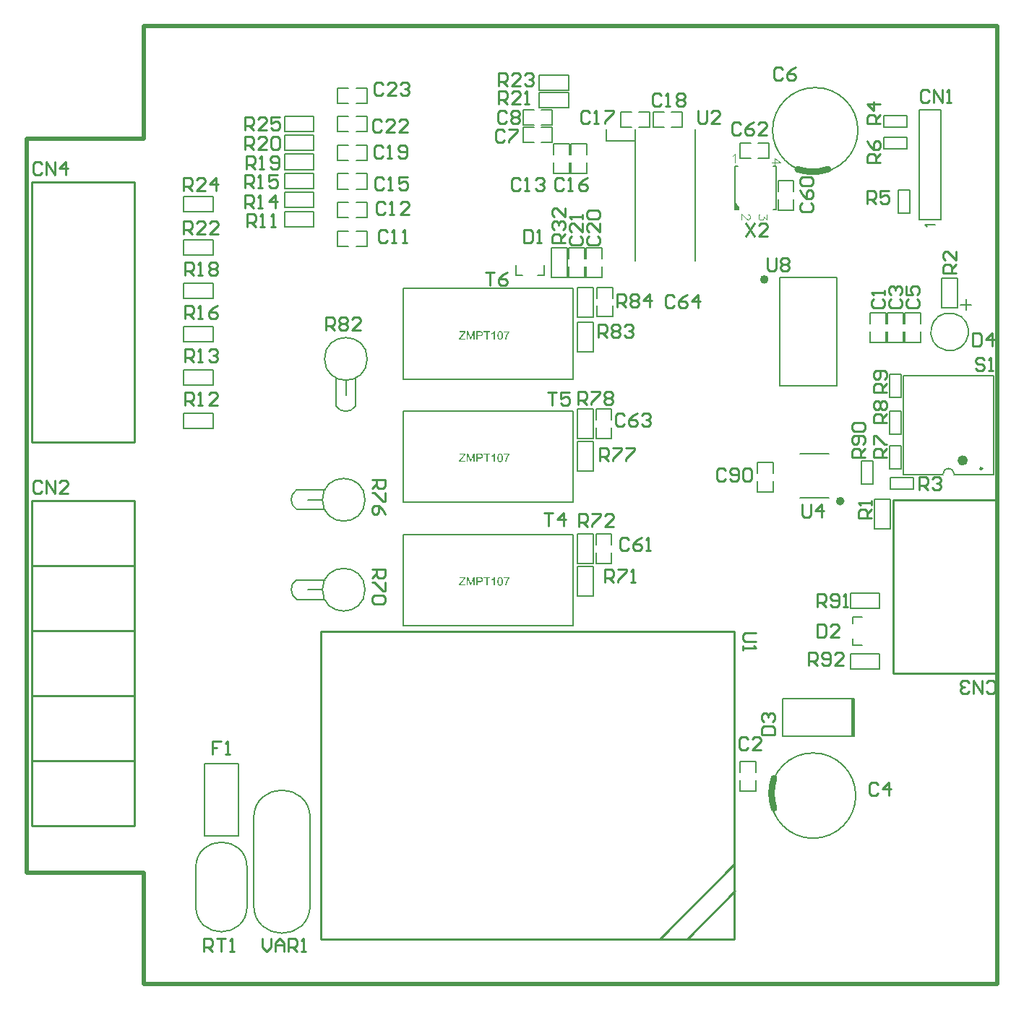
<source format=gto>
%FSLAX44Y44*%
%MOMM*%
G71*
G01*
G75*
G04 Layer_Color=65535*
%ADD10C,1.0000*%
%ADD11R,1.2000X1.0000*%
%ADD12R,1.0000X1.2000*%
%ADD13R,0.8000X0.8000*%
%ADD14R,0.8000X0.8000*%
%ADD15R,1.3000X1.6000*%
%ADD16O,2.5400X0.6096*%
%ADD17O,2.0000X0.6100*%
%ADD18O,2.0000X0.6096*%
%ADD19O,2.5400X0.6100*%
%ADD20R,2.8000X2.3000*%
%ADD21R,0.7000X1.2000*%
%ADD22R,1.2000X0.8000*%
%ADD23C,1.0000*%
%ADD24C,0.4064*%
%ADD25C,1.2700*%
%ADD26C,0.7620*%
%ADD27C,0.3810*%
%ADD28C,0.5080*%
%ADD29C,1.0160*%
%ADD30C,0.5000*%
%ADD31C,2.0000*%
%ADD32R,2.0000X2.0000*%
%ADD33C,1.5000*%
%ADD34C,1.6000*%
%ADD35C,2.7000*%
%ADD36C,1.8000*%
%ADD37R,2.5000X2.5000*%
%ADD38C,2.5000*%
%ADD39R,2.7000X2.7000*%
%ADD40C,2.8000*%
%ADD41R,1.8000X1.8000*%
%ADD42R,1.5000X1.5000*%
%ADD43C,0.6096*%
%ADD44C,0.9144*%
%ADD45C,0.2000*%
%ADD46C,0.6000*%
%ADD47C,0.2500*%
%ADD48C,0.2540*%
%ADD49C,0.1000*%
%ADD50R,0.3500X4.4000*%
G36*
X514810Y475749D02*
X509298Y468997D01*
X508720Y468306D01*
X514965D01*
Y467150D01*
X507240D01*
Y468348D01*
X512244Y474579D01*
Y474593D01*
X512273Y474607D01*
X512343Y474692D01*
X512442Y474819D01*
X512569Y474974D01*
X512724Y475157D01*
X512893Y475354D01*
X513076Y475552D01*
X513259Y475749D01*
X507804D01*
Y476905D01*
X514810D01*
Y475749D01*
D02*
G37*
G36*
X555705Y476933D02*
X555889Y476905D01*
X556100Y476863D01*
X556326Y476806D01*
X556565Y476736D01*
X556791Y476623D01*
X556805D01*
X556819Y476609D01*
X556890Y476567D01*
X557002Y476496D01*
X557143Y476398D01*
X557298Y476257D01*
X557468Y476102D01*
X557623Y475918D01*
X557778Y475707D01*
X557792Y475679D01*
X557848Y475608D01*
X557905Y475481D01*
X558003Y475298D01*
X558088Y475087D01*
X558201Y474847D01*
X558299Y474565D01*
X558384Y474255D01*
Y474241D01*
X558398Y474213D01*
X558412Y474170D01*
X558426Y474100D01*
X558440Y474015D01*
X558454Y473917D01*
X558483Y473790D01*
X558497Y473649D01*
X558525Y473494D01*
X558539Y473325D01*
X558553Y473127D01*
X558581Y472930D01*
X558595Y472704D01*
Y472479D01*
X558609Y472225D01*
Y471957D01*
Y471943D01*
Y471887D01*
Y471788D01*
Y471675D01*
X558595Y471520D01*
Y471351D01*
X558581Y471168D01*
X558567Y470970D01*
X558525Y470519D01*
X558454Y470054D01*
X558370Y469603D01*
X558313Y469391D01*
X558243Y469180D01*
Y469166D01*
X558229Y469138D01*
X558201Y469081D01*
X558172Y469011D01*
X558144Y468912D01*
X558088Y468813D01*
X557975Y468574D01*
X557834Y468320D01*
X557651Y468038D01*
X557439Y467784D01*
X557186Y467545D01*
X557172D01*
X557158Y467517D01*
X557115Y467488D01*
X557059Y467460D01*
X556988Y467418D01*
X556918Y467361D01*
X556706Y467263D01*
X556453Y467164D01*
X556157Y467065D01*
X555804Y467009D01*
X555424Y466981D01*
X555283D01*
X555184Y466995D01*
X555071Y467009D01*
X554930Y467037D01*
X554775Y467065D01*
X554606Y467108D01*
X554437Y467164D01*
X554254Y467220D01*
X554070Y467305D01*
X553887Y467404D01*
X553704Y467517D01*
X553520Y467658D01*
X553351Y467813D01*
X553196Y467982D01*
X553182Y467996D01*
X553154Y468038D01*
X553112Y468109D01*
X553041Y468221D01*
X552971Y468348D01*
X552900Y468517D01*
X552802Y468715D01*
X552717Y468940D01*
X552632Y469194D01*
X552548Y469490D01*
X552463Y469814D01*
X552393Y470181D01*
X552322Y470576D01*
X552280Y470998D01*
X552252Y471464D01*
X552238Y471957D01*
Y471971D01*
Y472028D01*
Y472126D01*
Y472239D01*
X552252Y472394D01*
Y472563D01*
X552266Y472747D01*
X552280Y472958D01*
X552322Y473395D01*
X552393Y473860D01*
X552477Y474325D01*
X552534Y474537D01*
X552590Y474748D01*
Y474762D01*
X552604Y474791D01*
X552632Y474847D01*
X552660Y474917D01*
X552689Y475016D01*
X552745Y475115D01*
X552858Y475354D01*
X552999Y475608D01*
X553182Y475876D01*
X553394Y476144D01*
X553647Y476369D01*
X553661D01*
X553675Y476398D01*
X553718Y476426D01*
X553774Y476454D01*
X553845Y476510D01*
X553929Y476553D01*
X554141Y476665D01*
X554394Y476764D01*
X554691Y476863D01*
X555043Y476919D01*
X555424Y476947D01*
X555550D01*
X555705Y476933D01*
D02*
G37*
G36*
X525622Y755440D02*
X524382D01*
Y763602D01*
X521534Y755440D01*
X520378D01*
X517559Y763743D01*
Y755440D01*
X516318D01*
Y765195D01*
X518250D01*
X520562Y758273D01*
Y758259D01*
X520576Y758231D01*
X520590Y758189D01*
X520618Y758118D01*
X520674Y757949D01*
X520745Y757738D01*
X520815Y757498D01*
X520900Y757259D01*
X520970Y757033D01*
X521027Y756836D01*
X521041Y756864D01*
X521055Y756934D01*
X521097Y757061D01*
X521154Y757230D01*
X521224Y757456D01*
X521323Y757724D01*
X521422Y758034D01*
X521548Y758400D01*
X523889Y765195D01*
X525622D01*
Y755440D01*
D02*
G37*
G36*
X549165Y467150D02*
X547966D01*
Y474776D01*
X547952Y474762D01*
X547882Y474706D01*
X547797Y474621D01*
X547656Y474523D01*
X547501Y474396D01*
X547304Y474255D01*
X547078Y474100D01*
X546824Y473945D01*
X546810D01*
X546796Y473931D01*
X546712Y473874D01*
X546571Y473804D01*
X546401Y473719D01*
X546204Y473620D01*
X545993Y473522D01*
X545781Y473423D01*
X545570Y473339D01*
Y474495D01*
X545584D01*
X545612Y474523D01*
X545668Y474537D01*
X545739Y474579D01*
X545824Y474621D01*
X545922Y474678D01*
X546162Y474819D01*
X546444Y474974D01*
X546726Y475171D01*
X547022Y475397D01*
X547318Y475636D01*
X547332Y475650D01*
X547346Y475665D01*
X547388Y475707D01*
X547445Y475749D01*
X547571Y475890D01*
X547741Y476059D01*
X547910Y476257D01*
X548093Y476482D01*
X548248Y476708D01*
X548389Y476947D01*
X549165D01*
Y467150D01*
D02*
G37*
G36*
X543808Y475749D02*
X540593D01*
Y467150D01*
X539297D01*
Y475749D01*
X536082D01*
Y476905D01*
X543808D01*
Y475749D01*
D02*
G37*
G36*
X531938Y476891D02*
X532178Y476877D01*
X532431Y476863D01*
X532671Y476835D01*
X532882Y476806D01*
X532911D01*
X533009Y476778D01*
X533136Y476750D01*
X533305Y476708D01*
X533489Y476637D01*
X533686Y476553D01*
X533897Y476454D01*
X534081Y476341D01*
X534109Y476327D01*
X534165Y476285D01*
X534250Y476200D01*
X534363Y476102D01*
X534490Y475975D01*
X534616Y475806D01*
X534757Y475622D01*
X534870Y475411D01*
X534884Y475383D01*
X534912Y475312D01*
X534969Y475185D01*
X535025Y475016D01*
X535067Y474819D01*
X535124Y474593D01*
X535152Y474339D01*
X535166Y474072D01*
Y474058D01*
Y474015D01*
Y473959D01*
X535152Y473860D01*
X535138Y473761D01*
X535124Y473635D01*
X535096Y473494D01*
X535067Y473339D01*
X534969Y473014D01*
X534912Y472845D01*
X534828Y472662D01*
X534729Y472479D01*
X534631Y472309D01*
X534504Y472140D01*
X534363Y471971D01*
X534348Y471957D01*
X534320Y471929D01*
X534278Y471887D01*
X534207Y471844D01*
X534123Y471774D01*
X534010Y471703D01*
X533869Y471619D01*
X533714Y471548D01*
X533531Y471464D01*
X533319Y471379D01*
X533094Y471309D01*
X532826Y471252D01*
X532544Y471196D01*
X532234Y471153D01*
X531881Y471125D01*
X531515Y471111D01*
X529020D01*
Y467150D01*
X527723D01*
Y476905D01*
X531726D01*
X531938Y476891D01*
D02*
G37*
G36*
Y765181D02*
X532178Y765167D01*
X532431Y765153D01*
X532671Y765125D01*
X532882Y765096D01*
X532911D01*
X533009Y765068D01*
X533136Y765040D01*
X533305Y764998D01*
X533489Y764927D01*
X533686Y764843D01*
X533897Y764744D01*
X534081Y764631D01*
X534109Y764617D01*
X534165Y764575D01*
X534250Y764490D01*
X534363Y764392D01*
X534490Y764265D01*
X534616Y764096D01*
X534757Y763912D01*
X534870Y763701D01*
X534884Y763673D01*
X534912Y763602D01*
X534969Y763475D01*
X535025Y763306D01*
X535067Y763109D01*
X535124Y762883D01*
X535152Y762629D01*
X535166Y762362D01*
Y762347D01*
Y762305D01*
Y762249D01*
X535152Y762150D01*
X535138Y762051D01*
X535124Y761925D01*
X535096Y761784D01*
X535067Y761629D01*
X534969Y761304D01*
X534912Y761135D01*
X534828Y760952D01*
X534729Y760769D01*
X534631Y760600D01*
X534504Y760430D01*
X534363Y760261D01*
X534348Y760247D01*
X534320Y760219D01*
X534278Y760177D01*
X534207Y760134D01*
X534123Y760064D01*
X534010Y759993D01*
X533869Y759909D01*
X533714Y759838D01*
X533531Y759754D01*
X533319Y759669D01*
X533094Y759599D01*
X532826Y759542D01*
X532544Y759486D01*
X532234Y759444D01*
X531881Y759415D01*
X531515Y759401D01*
X529020D01*
Y755440D01*
X527723D01*
Y765195D01*
X531726D01*
X531938Y765181D01*
D02*
G37*
G36*
X514810Y764039D02*
X509298Y757287D01*
X508720Y756596D01*
X514965D01*
Y755440D01*
X507240D01*
Y756638D01*
X512244Y762869D01*
Y762883D01*
X512273Y762897D01*
X512343Y762982D01*
X512442Y763109D01*
X512569Y763264D01*
X512724Y763447D01*
X512893Y763644D01*
X513076Y763842D01*
X513259Y764039D01*
X507804D01*
Y765195D01*
X514810D01*
Y764039D01*
D02*
G37*
G36*
X555705Y765223D02*
X555889Y765195D01*
X556100Y765153D01*
X556326Y765096D01*
X556565Y765026D01*
X556791Y764913D01*
X556805D01*
X556819Y764899D01*
X556890Y764857D01*
X557002Y764786D01*
X557143Y764688D01*
X557298Y764547D01*
X557468Y764392D01*
X557623Y764208D01*
X557778Y763997D01*
X557792Y763969D01*
X557848Y763898D01*
X557905Y763771D01*
X558003Y763588D01*
X558088Y763377D01*
X558201Y763137D01*
X558299Y762855D01*
X558384Y762545D01*
Y762531D01*
X558398Y762503D01*
X558412Y762460D01*
X558426Y762390D01*
X558440Y762305D01*
X558454Y762207D01*
X558483Y762080D01*
X558497Y761939D01*
X558525Y761784D01*
X558539Y761615D01*
X558553Y761417D01*
X558581Y761220D01*
X558595Y760994D01*
Y760769D01*
X558609Y760515D01*
Y760247D01*
Y760233D01*
Y760177D01*
Y760078D01*
Y759965D01*
X558595Y759810D01*
Y759641D01*
X558581Y759458D01*
X558567Y759260D01*
X558525Y758809D01*
X558454Y758344D01*
X558370Y757893D01*
X558313Y757681D01*
X558243Y757470D01*
Y757456D01*
X558229Y757428D01*
X558201Y757371D01*
X558172Y757301D01*
X558144Y757202D01*
X558088Y757103D01*
X557975Y756864D01*
X557834Y756610D01*
X557651Y756328D01*
X557439Y756074D01*
X557186Y755835D01*
X557172D01*
X557158Y755807D01*
X557115Y755778D01*
X557059Y755750D01*
X556988Y755708D01*
X556918Y755651D01*
X556706Y755553D01*
X556453Y755454D01*
X556157Y755355D01*
X555804Y755299D01*
X555424Y755271D01*
X555283D01*
X555184Y755285D01*
X555071Y755299D01*
X554930Y755327D01*
X554775Y755355D01*
X554606Y755398D01*
X554437Y755454D01*
X554254Y755510D01*
X554070Y755595D01*
X553887Y755694D01*
X553704Y755807D01*
X553520Y755947D01*
X553351Y756103D01*
X553196Y756272D01*
X553182Y756286D01*
X553154Y756328D01*
X553112Y756399D01*
X553041Y756511D01*
X552971Y756638D01*
X552900Y756807D01*
X552802Y757005D01*
X552717Y757230D01*
X552632Y757484D01*
X552548Y757780D01*
X552463Y758104D01*
X552393Y758471D01*
X552322Y758866D01*
X552280Y759288D01*
X552252Y759754D01*
X552238Y760247D01*
Y760261D01*
Y760318D01*
Y760416D01*
Y760529D01*
X552252Y760684D01*
Y760853D01*
X552266Y761037D01*
X552280Y761248D01*
X552322Y761685D01*
X552393Y762150D01*
X552477Y762615D01*
X552534Y762827D01*
X552590Y763038D01*
Y763052D01*
X552604Y763081D01*
X552632Y763137D01*
X552660Y763207D01*
X552689Y763306D01*
X552745Y763405D01*
X552858Y763644D01*
X552999Y763898D01*
X553182Y764166D01*
X553394Y764434D01*
X553647Y764659D01*
X553661D01*
X553675Y764688D01*
X553718Y764716D01*
X553774Y764744D01*
X553845Y764800D01*
X553929Y764843D01*
X554141Y764956D01*
X554394Y765054D01*
X554691Y765153D01*
X555043Y765209D01*
X555424Y765237D01*
X555550D01*
X555705Y765223D01*
D02*
G37*
G36*
X566222Y764124D02*
X566208Y764110D01*
X566180Y764081D01*
X566123Y764025D01*
X566067Y763941D01*
X565982Y763842D01*
X565869Y763729D01*
X565757Y763588D01*
X565630Y763419D01*
X565503Y763250D01*
X565348Y763052D01*
X565193Y762827D01*
X565038Y762601D01*
X564869Y762347D01*
X564699Y762080D01*
X564530Y761784D01*
X564361Y761488D01*
X564347Y761473D01*
X564319Y761417D01*
X564276Y761332D01*
X564206Y761206D01*
X564136Y761051D01*
X564051Y760881D01*
X563952Y760684D01*
X563853Y760459D01*
X563741Y760205D01*
X563614Y759951D01*
X563501Y759669D01*
X563388Y759373D01*
X563163Y758767D01*
X562951Y758118D01*
Y758104D01*
X562937Y758062D01*
X562923Y757991D01*
X562895Y757907D01*
X562867Y757794D01*
X562839Y757653D01*
X562796Y757498D01*
X562768Y757329D01*
X562726Y757132D01*
X562683Y756920D01*
X562613Y756469D01*
X562542Y755976D01*
X562500Y755440D01*
X561274D01*
Y755454D01*
Y755496D01*
Y755553D01*
X561288Y755637D01*
Y755750D01*
X561302Y755891D01*
X561316Y756046D01*
X561330Y756215D01*
X561358Y756413D01*
X561387Y756610D01*
X561429Y756850D01*
X561471Y757089D01*
X561513Y757343D01*
X561570Y757625D01*
X561711Y758203D01*
Y758217D01*
X561725Y758273D01*
X561753Y758358D01*
X561795Y758485D01*
X561838Y758626D01*
X561894Y758795D01*
X561950Y758992D01*
X562035Y759204D01*
X562120Y759444D01*
X562204Y759683D01*
X562416Y760219D01*
X562669Y760783D01*
X562951Y761347D01*
X562965Y761361D01*
X562994Y761417D01*
X563036Y761488D01*
X563092Y761600D01*
X563163Y761727D01*
X563261Y761882D01*
X563360Y762051D01*
X563473Y762235D01*
X563741Y762644D01*
X564023Y763066D01*
X564347Y763503D01*
X564685Y763912D01*
X559906D01*
Y765068D01*
X566222D01*
Y764124D01*
D02*
G37*
G36*
X549165Y755440D02*
X547966D01*
Y763066D01*
X547952Y763052D01*
X547882Y762996D01*
X547797Y762911D01*
X547656Y762813D01*
X547501Y762686D01*
X547304Y762545D01*
X547078Y762390D01*
X546824Y762235D01*
X546810D01*
X546796Y762221D01*
X546712Y762164D01*
X546571Y762094D01*
X546401Y762009D01*
X546204Y761910D01*
X545993Y761812D01*
X545781Y761713D01*
X545570Y761629D01*
Y762785D01*
X545584D01*
X545612Y762813D01*
X545668Y762827D01*
X545739Y762869D01*
X545824Y762911D01*
X545922Y762968D01*
X546162Y763109D01*
X546444Y763264D01*
X546726Y763461D01*
X547022Y763687D01*
X547318Y763926D01*
X547332Y763941D01*
X547346Y763955D01*
X547388Y763997D01*
X547445Y764039D01*
X547571Y764180D01*
X547741Y764349D01*
X547910Y764547D01*
X548093Y764772D01*
X548248Y764998D01*
X548389Y765237D01*
X549165D01*
Y755440D01*
D02*
G37*
G36*
X543808Y764039D02*
X540593D01*
Y755440D01*
X539297D01*
Y764039D01*
X536082D01*
Y765195D01*
X543808D01*
Y764039D01*
D02*
G37*
G36*
X566222Y475834D02*
X566208Y475820D01*
X566180Y475792D01*
X566123Y475735D01*
X566067Y475650D01*
X565982Y475552D01*
X565869Y475439D01*
X565757Y475298D01*
X565630Y475129D01*
X565503Y474960D01*
X565348Y474762D01*
X565193Y474537D01*
X565038Y474311D01*
X564869Y474058D01*
X564699Y473790D01*
X564530Y473494D01*
X564361Y473198D01*
X564347Y473184D01*
X564319Y473127D01*
X564276Y473042D01*
X564206Y472916D01*
X564136Y472761D01*
X564051Y472591D01*
X563952Y472394D01*
X563853Y472169D01*
X563741Y471915D01*
X563614Y471661D01*
X563501Y471379D01*
X563388Y471083D01*
X563163Y470477D01*
X562951Y469828D01*
Y469814D01*
X562937Y469772D01*
X562923Y469701D01*
X562895Y469617D01*
X562867Y469504D01*
X562839Y469363D01*
X562796Y469208D01*
X562768Y469039D01*
X562726Y468842D01*
X562683Y468630D01*
X562613Y468179D01*
X562542Y467686D01*
X562500Y467150D01*
X561274D01*
Y467164D01*
Y467206D01*
Y467263D01*
X561288Y467347D01*
Y467460D01*
X561302Y467601D01*
X561316Y467756D01*
X561330Y467925D01*
X561358Y468123D01*
X561387Y468320D01*
X561429Y468560D01*
X561471Y468799D01*
X561513Y469053D01*
X561570Y469335D01*
X561711Y469913D01*
Y469927D01*
X561725Y469983D01*
X561753Y470068D01*
X561795Y470195D01*
X561838Y470336D01*
X561894Y470505D01*
X561950Y470702D01*
X562035Y470914D01*
X562120Y471153D01*
X562204Y471393D01*
X562416Y471929D01*
X562669Y472493D01*
X562951Y473057D01*
X562965Y473071D01*
X562994Y473127D01*
X563036Y473198D01*
X563092Y473310D01*
X563163Y473437D01*
X563261Y473592D01*
X563360Y473761D01*
X563473Y473945D01*
X563741Y474354D01*
X564023Y474776D01*
X564347Y475214D01*
X564685Y475622D01*
X559906D01*
Y476778D01*
X566222D01*
Y475834D01*
D02*
G37*
G36*
X543808Y620529D02*
X540593D01*
Y611930D01*
X539297D01*
Y620529D01*
X536082D01*
Y621685D01*
X543808D01*
Y620529D01*
D02*
G37*
G36*
X531938Y621671D02*
X532178Y621657D01*
X532431Y621643D01*
X532671Y621615D01*
X532882Y621586D01*
X532911D01*
X533009Y621558D01*
X533136Y621530D01*
X533305Y621488D01*
X533489Y621417D01*
X533686Y621333D01*
X533897Y621234D01*
X534081Y621121D01*
X534109Y621107D01*
X534165Y621065D01*
X534250Y620980D01*
X534363Y620882D01*
X534490Y620755D01*
X534616Y620586D01*
X534757Y620402D01*
X534870Y620191D01*
X534884Y620163D01*
X534912Y620092D01*
X534969Y619965D01*
X535025Y619796D01*
X535067Y619599D01*
X535124Y619373D01*
X535152Y619119D01*
X535166Y618852D01*
Y618838D01*
Y618795D01*
Y618739D01*
X535152Y618640D01*
X535138Y618541D01*
X535124Y618415D01*
X535096Y618274D01*
X535067Y618119D01*
X534969Y617794D01*
X534912Y617625D01*
X534828Y617442D01*
X534729Y617259D01*
X534631Y617090D01*
X534504Y616920D01*
X534363Y616751D01*
X534348Y616737D01*
X534320Y616709D01*
X534278Y616667D01*
X534207Y616624D01*
X534123Y616554D01*
X534010Y616483D01*
X533869Y616399D01*
X533714Y616328D01*
X533531Y616244D01*
X533319Y616159D01*
X533094Y616089D01*
X532826Y616032D01*
X532544Y615976D01*
X532234Y615933D01*
X531881Y615905D01*
X531515Y615891D01*
X529020D01*
Y611930D01*
X527723D01*
Y621685D01*
X531726D01*
X531938Y621671D01*
D02*
G37*
G36*
X549165Y611930D02*
X547966D01*
Y619557D01*
X547952Y619542D01*
X547882Y619486D01*
X547797Y619401D01*
X547656Y619303D01*
X547501Y619176D01*
X547304Y619035D01*
X547078Y618880D01*
X546824Y618725D01*
X546810D01*
X546796Y618711D01*
X546712Y618654D01*
X546571Y618584D01*
X546401Y618499D01*
X546204Y618400D01*
X545993Y618302D01*
X545781Y618203D01*
X545570Y618119D01*
Y619274D01*
X545584D01*
X545612Y619303D01*
X545668Y619317D01*
X545739Y619359D01*
X545824Y619401D01*
X545922Y619458D01*
X546162Y619599D01*
X546444Y619754D01*
X546726Y619951D01*
X547022Y620177D01*
X547318Y620416D01*
X547332Y620430D01*
X547346Y620445D01*
X547388Y620487D01*
X547445Y620529D01*
X547571Y620670D01*
X547741Y620839D01*
X547910Y621037D01*
X548093Y621262D01*
X548248Y621488D01*
X548389Y621727D01*
X549165D01*
Y611930D01*
D02*
G37*
G36*
X525622D02*
X524382D01*
Y620092D01*
X521534Y611930D01*
X520378D01*
X517559Y620233D01*
Y611930D01*
X516318D01*
Y621685D01*
X518250D01*
X520562Y614763D01*
Y614749D01*
X520576Y614721D01*
X520590Y614679D01*
X520618Y614608D01*
X520674Y614439D01*
X520745Y614228D01*
X520815Y613988D01*
X520900Y613749D01*
X520970Y613523D01*
X521027Y613326D01*
X521041Y613354D01*
X521055Y613424D01*
X521097Y613551D01*
X521154Y613720D01*
X521224Y613946D01*
X521323Y614214D01*
X521422Y614524D01*
X521548Y614890D01*
X523889Y621685D01*
X525622D01*
Y611930D01*
D02*
G37*
G36*
X566222Y620614D02*
X566208Y620600D01*
X566180Y620572D01*
X566123Y620515D01*
X566067Y620430D01*
X565982Y620332D01*
X565869Y620219D01*
X565757Y620078D01*
X565630Y619909D01*
X565503Y619740D01*
X565348Y619542D01*
X565193Y619317D01*
X565038Y619091D01*
X564869Y618838D01*
X564699Y618570D01*
X564530Y618274D01*
X564361Y617978D01*
X564347Y617963D01*
X564319Y617907D01*
X564276Y617822D01*
X564206Y617696D01*
X564136Y617541D01*
X564051Y617371D01*
X563952Y617174D01*
X563853Y616949D01*
X563741Y616695D01*
X563614Y616441D01*
X563501Y616159D01*
X563388Y615863D01*
X563163Y615257D01*
X562951Y614608D01*
Y614594D01*
X562937Y614552D01*
X562923Y614482D01*
X562895Y614397D01*
X562867Y614284D01*
X562839Y614143D01*
X562796Y613988D01*
X562768Y613819D01*
X562726Y613622D01*
X562683Y613410D01*
X562613Y612959D01*
X562542Y612466D01*
X562500Y611930D01*
X561274D01*
Y611944D01*
Y611986D01*
Y612043D01*
X561288Y612127D01*
Y612240D01*
X561302Y612381D01*
X561316Y612536D01*
X561330Y612705D01*
X561358Y612903D01*
X561387Y613100D01*
X561429Y613340D01*
X561471Y613579D01*
X561513Y613833D01*
X561570Y614115D01*
X561711Y614693D01*
Y614707D01*
X561725Y614763D01*
X561753Y614848D01*
X561795Y614975D01*
X561838Y615116D01*
X561894Y615285D01*
X561950Y615482D01*
X562035Y615694D01*
X562120Y615933D01*
X562204Y616173D01*
X562416Y616709D01*
X562669Y617273D01*
X562951Y617837D01*
X562965Y617851D01*
X562994Y617907D01*
X563036Y617978D01*
X563092Y618090D01*
X563163Y618217D01*
X563261Y618372D01*
X563360Y618541D01*
X563473Y618725D01*
X563741Y619134D01*
X564023Y619557D01*
X564347Y619994D01*
X564685Y620402D01*
X559906D01*
Y621558D01*
X566222D01*
Y620614D01*
D02*
G37*
G36*
X555705Y621713D02*
X555889Y621685D01*
X556100Y621643D01*
X556326Y621586D01*
X556565Y621516D01*
X556791Y621403D01*
X556805D01*
X556819Y621389D01*
X556890Y621347D01*
X557002Y621276D01*
X557143Y621178D01*
X557298Y621037D01*
X557468Y620882D01*
X557623Y620698D01*
X557778Y620487D01*
X557792Y620459D01*
X557848Y620388D01*
X557905Y620261D01*
X558003Y620078D01*
X558088Y619867D01*
X558201Y619627D01*
X558299Y619345D01*
X558384Y619035D01*
Y619021D01*
X558398Y618993D01*
X558412Y618950D01*
X558426Y618880D01*
X558440Y618795D01*
X558454Y618697D01*
X558483Y618570D01*
X558497Y618429D01*
X558525Y618274D01*
X558539Y618105D01*
X558553Y617907D01*
X558581Y617710D01*
X558595Y617484D01*
Y617259D01*
X558609Y617005D01*
Y616737D01*
Y616723D01*
Y616667D01*
Y616568D01*
Y616455D01*
X558595Y616300D01*
Y616131D01*
X558581Y615948D01*
X558567Y615750D01*
X558525Y615299D01*
X558454Y614834D01*
X558370Y614383D01*
X558313Y614171D01*
X558243Y613960D01*
Y613946D01*
X558229Y613918D01*
X558201Y613861D01*
X558172Y613791D01*
X558144Y613692D01*
X558088Y613593D01*
X557975Y613354D01*
X557834Y613100D01*
X557651Y612818D01*
X557439Y612564D01*
X557186Y612325D01*
X557172D01*
X557158Y612296D01*
X557115Y612268D01*
X557059Y612240D01*
X556988Y612198D01*
X556918Y612141D01*
X556706Y612043D01*
X556453Y611944D01*
X556157Y611845D01*
X555804Y611789D01*
X555424Y611761D01*
X555283D01*
X555184Y611775D01*
X555071Y611789D01*
X554930Y611817D01*
X554775Y611845D01*
X554606Y611888D01*
X554437Y611944D01*
X554254Y612001D01*
X554070Y612085D01*
X553887Y612184D01*
X553704Y612296D01*
X553520Y612438D01*
X553351Y612593D01*
X553196Y612762D01*
X553182Y612776D01*
X553154Y612818D01*
X553112Y612889D01*
X553041Y613001D01*
X552971Y613128D01*
X552900Y613297D01*
X552802Y613495D01*
X552717Y613720D01*
X552632Y613974D01*
X552548Y614270D01*
X552463Y614594D01*
X552393Y614961D01*
X552322Y615356D01*
X552280Y615779D01*
X552252Y616244D01*
X552238Y616737D01*
Y616751D01*
Y616808D01*
Y616906D01*
Y617019D01*
X552252Y617174D01*
Y617343D01*
X552266Y617527D01*
X552280Y617738D01*
X552322Y618175D01*
X552393Y618640D01*
X552477Y619105D01*
X552534Y619317D01*
X552590Y619528D01*
Y619542D01*
X552604Y619571D01*
X552632Y619627D01*
X552660Y619697D01*
X552689Y619796D01*
X552745Y619895D01*
X552858Y620134D01*
X552999Y620388D01*
X553182Y620656D01*
X553394Y620924D01*
X553647Y621149D01*
X553661D01*
X553675Y621178D01*
X553718Y621206D01*
X553774Y621234D01*
X553845Y621290D01*
X553929Y621333D01*
X554141Y621446D01*
X554394Y621544D01*
X554691Y621643D01*
X555043Y621699D01*
X555424Y621727D01*
X555550D01*
X555705Y621713D01*
D02*
G37*
G36*
X514810Y620529D02*
X509298Y613777D01*
X508720Y613086D01*
X514965D01*
Y611930D01*
X507240D01*
Y613128D01*
X512244Y619359D01*
Y619373D01*
X512273Y619387D01*
X512343Y619472D01*
X512442Y619599D01*
X512569Y619754D01*
X512724Y619937D01*
X512893Y620134D01*
X513076Y620332D01*
X513259Y620529D01*
X507804D01*
Y621685D01*
X514810D01*
Y620529D01*
D02*
G37*
G36*
X525622Y467150D02*
X524382D01*
Y475312D01*
X521534Y467150D01*
X520378D01*
X517559Y475453D01*
Y467150D01*
X516318D01*
Y476905D01*
X518250D01*
X520562Y469983D01*
Y469969D01*
X520576Y469941D01*
X520590Y469899D01*
X520618Y469828D01*
X520674Y469659D01*
X520745Y469448D01*
X520815Y469208D01*
X520900Y468969D01*
X520970Y468743D01*
X521027Y468546D01*
X521041Y468574D01*
X521055Y468644D01*
X521097Y468771D01*
X521154Y468940D01*
X521224Y469166D01*
X521323Y469434D01*
X521422Y469744D01*
X521548Y470110D01*
X523889Y476905D01*
X525622D01*
Y467150D01*
D02*
G37*
%LPC*%
G36*
X555409Y620741D02*
X555325D01*
X555269Y620727D01*
X555113Y620698D01*
X554930Y620656D01*
X554719Y620572D01*
X554493Y620445D01*
X554380Y620360D01*
X554268Y620275D01*
X554169Y620163D01*
X554070Y620036D01*
Y620022D01*
X554042Y619994D01*
X554014Y619937D01*
X553971Y619867D01*
X553929Y619754D01*
X553873Y619627D01*
X553831Y619472D01*
X553774Y619289D01*
X553718Y619077D01*
X553661Y618838D01*
X553605Y618570D01*
X553563Y618274D01*
X553520Y617935D01*
X553492Y617569D01*
X553478Y617174D01*
X553464Y616737D01*
Y616709D01*
Y616638D01*
Y616511D01*
X553478Y616342D01*
Y616159D01*
X553492Y615933D01*
X553506Y615694D01*
X553535Y615440D01*
X553605Y614890D01*
X553647Y614622D01*
X553704Y614369D01*
X553760Y614129D01*
X553845Y613904D01*
X553929Y613706D01*
X554028Y613537D01*
Y613523D01*
X554056Y613509D01*
X554127Y613410D01*
X554254Y613283D01*
X554408Y613142D01*
X554620Y613001D01*
X554860Y612874D01*
X555127Y612776D01*
X555269Y612762D01*
X555424Y612748D01*
X555508D01*
X555564Y612762D01*
X555705Y612790D01*
X555903Y612846D01*
X556114Y612945D01*
X556354Y613086D01*
X556467Y613171D01*
X556580Y613283D01*
X556692Y613396D01*
X556805Y613537D01*
Y613551D01*
X556833Y613579D01*
X556861Y613622D01*
X556890Y613692D01*
X556946Y613791D01*
X556988Y613918D01*
X557045Y614059D01*
X557101Y614228D01*
X557143Y614439D01*
X557200Y614665D01*
X557256Y614933D01*
X557298Y615215D01*
X557327Y615553D01*
X557355Y615905D01*
X557383Y616300D01*
Y616737D01*
Y616751D01*
Y616765D01*
Y616836D01*
Y616963D01*
X557369Y617132D01*
Y617315D01*
X557355Y617541D01*
X557341Y617780D01*
X557313Y618048D01*
X557242Y618584D01*
X557200Y618852D01*
X557143Y619105D01*
X557087Y619345D01*
X557002Y619571D01*
X556918Y619768D01*
X556819Y619937D01*
Y619951D01*
X556791Y619965D01*
X556763Y620008D01*
X556721Y620064D01*
X556594Y620191D01*
X556438Y620346D01*
X556227Y620487D01*
X555987Y620614D01*
X555860Y620670D01*
X555720Y620712D01*
X555564Y620727D01*
X555409Y620741D01*
D02*
G37*
G36*
X531811Y620529D02*
X529020D01*
Y617047D01*
X531642D01*
X531741Y617061D01*
X531839D01*
X531952Y617075D01*
X532220Y617104D01*
X532516Y617160D01*
X532812Y617245D01*
X533080Y617357D01*
X533207Y617428D01*
X533305Y617512D01*
X533334Y617541D01*
X533390Y617597D01*
X533475Y617710D01*
X533573Y617851D01*
X533672Y618034D01*
X533756Y618260D01*
X533813Y618513D01*
X533841Y618809D01*
Y618823D01*
Y618838D01*
Y618908D01*
X533827Y619035D01*
X533799Y619176D01*
X533770Y619331D01*
X533714Y619514D01*
X533630Y619683D01*
X533531Y619852D01*
X533517Y619867D01*
X533475Y619923D01*
X533404Y619994D01*
X533319Y620092D01*
X533193Y620191D01*
X533052Y620275D01*
X532896Y620360D01*
X532713Y620430D01*
X532699D01*
X532643Y620445D01*
X532558Y620459D01*
X532445Y620487D01*
X532276Y620501D01*
X532065Y620515D01*
X531811Y620529D01*
D02*
G37*
G36*
X555409Y475961D02*
X555325D01*
X555269Y475947D01*
X555113Y475918D01*
X554930Y475876D01*
X554719Y475792D01*
X554493Y475665D01*
X554380Y475580D01*
X554268Y475495D01*
X554169Y475383D01*
X554070Y475256D01*
Y475242D01*
X554042Y475214D01*
X554014Y475157D01*
X553971Y475087D01*
X553929Y474974D01*
X553873Y474847D01*
X553831Y474692D01*
X553774Y474509D01*
X553718Y474297D01*
X553661Y474058D01*
X553605Y473790D01*
X553563Y473494D01*
X553520Y473155D01*
X553492Y472789D01*
X553478Y472394D01*
X553464Y471957D01*
Y471929D01*
Y471858D01*
Y471731D01*
X553478Y471562D01*
Y471379D01*
X553492Y471153D01*
X553506Y470914D01*
X553535Y470660D01*
X553605Y470110D01*
X553647Y469842D01*
X553704Y469589D01*
X553760Y469349D01*
X553845Y469124D01*
X553929Y468926D01*
X554028Y468757D01*
Y468743D01*
X554056Y468729D01*
X554127Y468630D01*
X554254Y468503D01*
X554408Y468362D01*
X554620Y468221D01*
X554860Y468094D01*
X555127Y467996D01*
X555269Y467982D01*
X555424Y467968D01*
X555508D01*
X555564Y467982D01*
X555705Y468010D01*
X555903Y468066D01*
X556114Y468165D01*
X556354Y468306D01*
X556467Y468391D01*
X556580Y468503D01*
X556692Y468616D01*
X556805Y468757D01*
Y468771D01*
X556833Y468799D01*
X556861Y468842D01*
X556890Y468912D01*
X556946Y469011D01*
X556988Y469138D01*
X557045Y469279D01*
X557101Y469448D01*
X557143Y469659D01*
X557200Y469885D01*
X557256Y470153D01*
X557298Y470435D01*
X557327Y470773D01*
X557355Y471125D01*
X557383Y471520D01*
Y471957D01*
Y471971D01*
Y471985D01*
Y472056D01*
Y472183D01*
X557369Y472352D01*
Y472535D01*
X557355Y472761D01*
X557341Y473000D01*
X557313Y473268D01*
X557242Y473804D01*
X557200Y474072D01*
X557143Y474325D01*
X557087Y474565D01*
X557002Y474791D01*
X556918Y474988D01*
X556819Y475157D01*
Y475171D01*
X556791Y475185D01*
X556763Y475228D01*
X556721Y475284D01*
X556594Y475411D01*
X556438Y475566D01*
X556227Y475707D01*
X555987Y475834D01*
X555860Y475890D01*
X555720Y475932D01*
X555564Y475947D01*
X555409Y475961D01*
D02*
G37*
G36*
X531811Y764039D02*
X529020D01*
Y760557D01*
X531642D01*
X531741Y760571D01*
X531839D01*
X531952Y760585D01*
X532220Y760614D01*
X532516Y760670D01*
X532812Y760755D01*
X533080Y760867D01*
X533207Y760938D01*
X533305Y761022D01*
X533334Y761051D01*
X533390Y761107D01*
X533475Y761220D01*
X533573Y761361D01*
X533672Y761544D01*
X533756Y761769D01*
X533813Y762023D01*
X533841Y762319D01*
Y762333D01*
Y762347D01*
Y762418D01*
X533827Y762545D01*
X533799Y762686D01*
X533770Y762841D01*
X533714Y763024D01*
X533630Y763193D01*
X533531Y763363D01*
X533517Y763377D01*
X533475Y763433D01*
X533404Y763503D01*
X533319Y763602D01*
X533193Y763701D01*
X533052Y763785D01*
X532896Y763870D01*
X532713Y763941D01*
X532699D01*
X532643Y763955D01*
X532558Y763969D01*
X532445Y763997D01*
X532276Y764011D01*
X532065Y764025D01*
X531811Y764039D01*
D02*
G37*
G36*
X555409Y764251D02*
X555325D01*
X555269Y764237D01*
X555113Y764208D01*
X554930Y764166D01*
X554719Y764081D01*
X554493Y763955D01*
X554380Y763870D01*
X554268Y763785D01*
X554169Y763673D01*
X554070Y763546D01*
Y763532D01*
X554042Y763503D01*
X554014Y763447D01*
X553971Y763377D01*
X553929Y763264D01*
X553873Y763137D01*
X553831Y762982D01*
X553774Y762799D01*
X553718Y762587D01*
X553661Y762347D01*
X553605Y762080D01*
X553563Y761784D01*
X553520Y761445D01*
X553492Y761079D01*
X553478Y760684D01*
X553464Y760247D01*
Y760219D01*
Y760148D01*
Y760022D01*
X553478Y759852D01*
Y759669D01*
X553492Y759444D01*
X553506Y759204D01*
X553535Y758950D01*
X553605Y758400D01*
X553647Y758132D01*
X553704Y757879D01*
X553760Y757639D01*
X553845Y757414D01*
X553929Y757216D01*
X554028Y757047D01*
Y757033D01*
X554056Y757019D01*
X554127Y756920D01*
X554254Y756793D01*
X554408Y756652D01*
X554620Y756511D01*
X554860Y756385D01*
X555127Y756286D01*
X555269Y756272D01*
X555424Y756258D01*
X555508D01*
X555564Y756272D01*
X555705Y756300D01*
X555903Y756356D01*
X556114Y756455D01*
X556354Y756596D01*
X556467Y756681D01*
X556580Y756793D01*
X556692Y756906D01*
X556805Y757047D01*
Y757061D01*
X556833Y757089D01*
X556861Y757132D01*
X556890Y757202D01*
X556946Y757301D01*
X556988Y757428D01*
X557045Y757569D01*
X557101Y757738D01*
X557143Y757949D01*
X557200Y758175D01*
X557256Y758443D01*
X557298Y758725D01*
X557327Y759063D01*
X557355Y759415D01*
X557383Y759810D01*
Y760247D01*
Y760261D01*
Y760275D01*
Y760346D01*
Y760473D01*
X557369Y760642D01*
Y760825D01*
X557355Y761051D01*
X557341Y761290D01*
X557313Y761558D01*
X557242Y762094D01*
X557200Y762362D01*
X557143Y762615D01*
X557087Y762855D01*
X557002Y763081D01*
X556918Y763278D01*
X556819Y763447D01*
Y763461D01*
X556791Y763475D01*
X556763Y763518D01*
X556721Y763574D01*
X556594Y763701D01*
X556438Y763856D01*
X556227Y763997D01*
X555987Y764124D01*
X555860Y764180D01*
X555720Y764222D01*
X555564Y764237D01*
X555409Y764251D01*
D02*
G37*
G36*
X531811Y475749D02*
X529020D01*
Y472267D01*
X531642D01*
X531741Y472281D01*
X531839D01*
X531952Y472295D01*
X532220Y472324D01*
X532516Y472380D01*
X532812Y472465D01*
X533080Y472577D01*
X533207Y472648D01*
X533305Y472732D01*
X533334Y472761D01*
X533390Y472817D01*
X533475Y472930D01*
X533573Y473071D01*
X533672Y473254D01*
X533756Y473479D01*
X533813Y473733D01*
X533841Y474029D01*
Y474043D01*
Y474058D01*
Y474128D01*
X533827Y474255D01*
X533799Y474396D01*
X533770Y474551D01*
X533714Y474734D01*
X533630Y474903D01*
X533531Y475073D01*
X533517Y475087D01*
X533475Y475143D01*
X533404Y475214D01*
X533319Y475312D01*
X533193Y475411D01*
X533052Y475495D01*
X532896Y475580D01*
X532713Y475650D01*
X532699D01*
X532643Y475665D01*
X532558Y475679D01*
X532445Y475707D01*
X532276Y475721D01*
X532065Y475735D01*
X531811Y475749D01*
D02*
G37*
%LPD*%
D26*
X876300Y241554D02*
G03*
X876300Y205994I51637J-17780D01*
G01*
X903986Y955040D02*
G03*
X939546Y955040I17780J51637D01*
G01*
D30*
X867370Y825840D02*
G03*
X867370Y825840I-2500J0D01*
G01*
X956270Y566080D02*
G03*
X956270Y566080I-2500J0D01*
G01*
X138000Y400D02*
Y130400D01*
X500D02*
X138000D01*
X500D02*
Y990400D01*
X500Y990400D01*
X138000D01*
X138000Y990400D01*
Y1122900D01*
X138000Y1122900D01*
X1138000D01*
X1138000Y1122900D01*
Y400D02*
Y1122900D01*
X1138000Y400D02*
X1138000Y400D01*
X138000Y400D02*
X1138000D01*
D45*
X316625Y473710D02*
G03*
X316996Y450964I7456J-11255D01*
G01*
X397110Y462280D02*
G03*
X397110Y462280I-25000J0D01*
G01*
X316625Y579120D02*
G03*
X316996Y556373I7456J-11255D01*
G01*
X397110Y567690D02*
G03*
X397110Y567690I-25000J0D01*
G01*
X1086025Y786176D02*
G03*
X1086404Y786103I-3985J-21636D01*
G01*
X363220Y677305D02*
G03*
X385966Y677676I11255J7456D01*
G01*
X399650Y732790D02*
G03*
X399650Y732790I-25000J0D01*
G01*
X830460Y908896D02*
G03*
X831447Y909305I0J1395D01*
G01*
X332740Y194380D02*
G03*
X266700Y194380I-33020J0D01*
G01*
Y92780D02*
G03*
X332740Y92780I33020J0D01*
G01*
X258850Y136526D02*
G03*
X198850Y136400I-30000J-126D01*
G01*
Y91400D02*
G03*
X258850Y91274I30000J0D01*
G01*
X972020Y220980D02*
G03*
X972020Y220980I-50000J0D01*
G01*
X974560Y1000760D02*
G03*
X974560Y1000760I-50000J0D01*
G01*
X1087120Y598170D02*
G03*
X1074420Y598170I-6350J0D01*
G01*
X442240Y564930D02*
Y671930D01*
X641240D01*
Y564930D02*
Y671930D01*
X442240Y564930D02*
X641240D01*
X442240Y420150D02*
Y527150D01*
X641240D01*
Y420150D02*
Y527150D01*
X442240Y420150D02*
X641240D01*
X989220Y752370D02*
X1007220D01*
Y765120D01*
X989220Y752370D02*
Y765120D01*
Y774120D02*
Y786870D01*
X1007220Y774120D02*
Y786870D01*
X989220D02*
X1007220D01*
X836820Y226590D02*
X854820D01*
Y239340D01*
X836820Y226590D02*
Y239340D01*
Y248340D02*
Y261090D01*
X854820Y248340D02*
Y261090D01*
X836820D02*
X854820D01*
X1009540Y752370D02*
X1027540D01*
Y765120D01*
X1009540Y752370D02*
Y765120D01*
Y774120D02*
Y786870D01*
X1027540Y774120D02*
Y786870D01*
X1009540D02*
X1027540D01*
X1029860Y752370D02*
X1047860D01*
Y765120D01*
X1029860Y752370D02*
Y765120D01*
Y774120D02*
Y786870D01*
X1047860Y774120D02*
Y786870D01*
X1029860D02*
X1047860D01*
X618380Y984990D02*
X636380D01*
X618380Y972240D02*
Y984990D01*
X636380Y972240D02*
Y984990D01*
Y950490D02*
Y963240D01*
X618380Y950490D02*
Y963240D01*
Y950490D02*
X636380D01*
X638700Y984990D02*
X656700D01*
X638700Y972240D02*
Y984990D01*
X656700Y972240D02*
Y984990D01*
Y950490D02*
Y963240D01*
X638700Y950490D02*
Y963240D01*
Y950490D02*
X656700D01*
X730990Y1004460D02*
Y1022460D01*
X718240D02*
X730990D01*
X718240Y1004460D02*
X730990D01*
X696490D02*
X709240D01*
X696490Y1022460D02*
X709240D01*
X696490Y1004460D02*
Y1022460D01*
X734590Y1004460D02*
Y1022460D01*
Y1004460D02*
X747340D01*
X734590Y1022460D02*
X747340D01*
X756340D02*
X769090D01*
X756340Y1004460D02*
X769090D01*
Y1022460D01*
X656480Y828570D02*
X674480D01*
Y841320D01*
X656480Y828570D02*
Y841320D01*
Y850320D02*
Y863070D01*
X674480Y850320D02*
Y863070D01*
X656480D02*
X674480D01*
X636160Y828570D02*
X654160D01*
Y841320D01*
X636160Y828570D02*
Y841320D01*
Y850320D02*
Y863070D01*
X654160Y850320D02*
Y863070D01*
X636160D02*
X654160D01*
X881270Y907310D02*
X899270D01*
Y920060D01*
X881270Y907310D02*
Y920060D01*
Y929060D02*
Y941810D01*
X899270Y929060D02*
Y941810D01*
X881270D02*
X899270D01*
X667910Y493290D02*
X685910D01*
Y506040D01*
X667910Y493290D02*
Y506040D01*
Y515040D02*
Y527790D01*
X685910Y515040D02*
Y527790D01*
X667910D02*
X685910D01*
X836190Y967630D02*
Y985630D01*
Y967630D02*
X848940D01*
X836190Y985630D02*
X848940D01*
X857940D02*
X870690D01*
X857940Y967630D02*
X870690D01*
Y985630D01*
X667910Y639340D02*
X685910D01*
Y652090D01*
X667910Y639340D02*
Y652090D01*
Y661090D02*
Y673840D01*
X685910Y661090D02*
Y673840D01*
X667910D02*
X685910D01*
X669180Y782190D02*
X687180D01*
Y794940D01*
X669180Y782190D02*
Y794940D01*
Y803940D02*
Y816690D01*
X687180Y803940D02*
Y816690D01*
X669180D02*
X687180D01*
X1032290Y1003920D02*
Y1017920D01*
X1004790Y1003920D02*
X1032290D01*
X1004790D02*
Y1017920D01*
X1004790D02*
X1032290D01*
X1021700Y903190D02*
X1035700D01*
X1021700Y903190D02*
Y930690D01*
Y930690D02*
X1035700D01*
Y903190D02*
Y930690D01*
X1032290Y978520D02*
Y992520D01*
X1004790Y978520D02*
X1032290D01*
X1004790D02*
Y992520D01*
X1004790D02*
X1032290D01*
X994300Y533930D02*
Y568430D01*
X1012300Y533930D02*
Y568430D01*
X994300D02*
X1012300D01*
X994300Y533930D02*
X1012300D01*
X302790Y905620D02*
X337290D01*
X302790Y887620D02*
X337290D01*
Y905620D01*
X302790Y887620D02*
Y905620D01*
X184680Y669400D02*
X219180D01*
X184680Y651400D02*
X219180D01*
Y669400D01*
X184680Y651400D02*
Y669400D01*
Y720200D02*
X219180D01*
X184680Y702200D02*
X219180D01*
Y720200D01*
X184680Y702200D02*
Y720200D01*
X302790Y927972D02*
X337290D01*
X302790Y909972D02*
X337290D01*
Y927972D01*
X302790Y909972D02*
Y927972D01*
Y950324D02*
X337290D01*
X302790Y932324D02*
X337290D01*
Y950324D01*
X302790Y932324D02*
Y950324D01*
X184680Y771000D02*
X219180D01*
X184680Y753000D02*
X219180D01*
Y771000D01*
X184680Y753000D02*
Y771000D01*
Y821800D02*
X219180D01*
X184680Y803800D02*
X219180D01*
Y821800D01*
X184680Y803800D02*
Y821800D01*
X302790Y972676D02*
X337290D01*
X302790Y954676D02*
X337290D01*
Y972676D01*
X302790Y954676D02*
Y972676D01*
Y995028D02*
X337290D01*
X302790Y977028D02*
X337290D01*
Y995028D01*
X302790Y977028D02*
Y995028D01*
X601240Y1027320D02*
X635740D01*
X601240Y1045320D02*
X635740D01*
X601240Y1027320D02*
Y1045320D01*
X635740Y1027320D02*
Y1045320D01*
X184680Y872600D02*
X219180D01*
X184680Y854600D02*
X219180D01*
Y872600D01*
X184680Y854600D02*
Y872600D01*
X601240Y1065640D02*
X635740D01*
X601240Y1047640D02*
X635740D01*
Y1065640D01*
X601240Y1047640D02*
Y1065640D01*
X184680Y923400D02*
X219180D01*
X184680Y905400D02*
X219180D01*
Y923400D01*
X184680Y905400D02*
Y923400D01*
X302790Y1017380D02*
X337290D01*
X302790Y999380D02*
X337290D01*
Y1017380D01*
X302790Y999380D02*
Y1017380D01*
X633840Y828570D02*
Y863070D01*
X615840Y828570D02*
Y863070D01*
Y828570D02*
X633840D01*
X615840Y863070D02*
X633840D01*
X646320Y455190D02*
Y489690D01*
X664320Y455190D02*
Y489690D01*
X646320D02*
X664320D01*
X646320Y455190D02*
X664320D01*
X646320Y493290D02*
Y527790D01*
X664320Y493290D02*
Y527790D01*
X646320D02*
X664320D01*
X646320Y493290D02*
X664320D01*
X646320Y601240D02*
Y635740D01*
X664320Y601240D02*
Y635740D01*
X646320D02*
X664320D01*
X646320Y601240D02*
X664320D01*
X646320Y639340D02*
Y673840D01*
X664320Y639340D02*
Y673840D01*
X646320D02*
X664320D01*
X646320Y639340D02*
X664320D01*
X646320Y740940D02*
Y775440D01*
X664320Y740940D02*
Y775440D01*
X646320D02*
X664320D01*
X646320Y740940D02*
X664320D01*
X646320Y781580D02*
Y816080D01*
X664320Y781580D02*
Y816080D01*
X646320D02*
X664320D01*
X646320Y781580D02*
X664320D01*
X965730Y458580D02*
X1000230D01*
X965730Y440580D02*
X1000230D01*
Y458580D01*
X965730Y440580D02*
Y458580D01*
Y369460D02*
X1000230D01*
X965730Y387460D02*
X1000230D01*
X965730Y369460D02*
Y387460D01*
X1000230Y369460D02*
Y387460D01*
X317133Y450850D02*
X350050D01*
X316625Y473710D02*
X350050D01*
X329730Y462280D02*
X347110D01*
X317133Y556260D02*
X350050D01*
X316625Y579120D02*
X350050D01*
X329730Y567690D02*
X347110D01*
X399520Y1032400D02*
Y1050400D01*
X386770D02*
X399520D01*
X386770Y1032400D02*
X399520D01*
X365020D02*
X377770D01*
X365020Y1050400D02*
X377770D01*
X365020Y1032400D02*
Y1050400D01*
X399520Y998872D02*
Y1016872D01*
X386770D02*
X399520D01*
X386770Y998872D02*
X399520D01*
X365020D02*
X377770D01*
X365020Y1016872D02*
X377770D01*
X365020Y998872D02*
Y1016872D01*
X399520Y965344D02*
Y983344D01*
X386770D02*
X399520D01*
X386770Y965344D02*
X399520D01*
X365020D02*
X377770D01*
X365020Y983344D02*
X377770D01*
X365020Y965344D02*
Y983344D01*
X399520Y931816D02*
Y949816D01*
X386770D02*
X399520D01*
X386770Y931816D02*
X399520D01*
X365020D02*
X377770D01*
X365020Y949816D02*
X377770D01*
X365020Y931816D02*
Y949816D01*
X399520Y898288D02*
Y916288D01*
X386770D02*
X399520D01*
X386770Y898288D02*
X399520D01*
X365020D02*
X377770D01*
X365020Y916288D02*
X377770D01*
X365020Y898288D02*
Y916288D01*
X399520Y864760D02*
Y882760D01*
X386770D02*
X399520D01*
X386770Y864760D02*
X399520D01*
X365020D02*
X377770D01*
X365020Y882760D02*
X377770D01*
X365020Y864760D02*
Y882760D01*
X1073040Y793010D02*
Y827510D01*
X1091040Y793010D02*
Y827510D01*
X1073040D02*
X1091040D01*
X1073040Y793010D02*
X1091040D01*
X386080Y677813D02*
Y710730D01*
X363220Y677305D02*
Y710730D01*
X374650Y690410D02*
Y707790D01*
X875710Y907450D02*
X878710D01*
X875710Y958450D02*
X878710D01*
X830460D02*
X834270D01*
X878710Y907450D02*
Y958450D01*
X830460Y915162D02*
Y958450D01*
Y915162D02*
X834965Y910657D01*
Y907771D02*
Y910657D01*
X830460Y907771D02*
X834965D01*
X830460Y908896D02*
Y915162D01*
X832799Y910657D02*
X834965D01*
X830834Y912622D02*
X832799Y910657D01*
X834965Y907771D02*
Y908491D01*
X830834Y912622D02*
X834965Y908491D01*
X830460Y907771D02*
Y908896D01*
X830865Y908491D02*
X834965D01*
X831447Y909305D02*
X832799Y910657D01*
X332740Y92780D02*
Y194380D01*
X266700Y92780D02*
Y194380D01*
X882870Y701340D02*
Y828340D01*
X949870Y701340D02*
Y828340D01*
X882870Y701340D02*
X949870D01*
X882870Y828340D02*
X949870D01*
X906770Y621680D02*
X940770D01*
X906770Y569580D02*
X940770D01*
X679730Y988060D02*
Y1001410D01*
Y988060D02*
X713740D01*
Y847710D02*
Y1001410D01*
X783590Y847710D02*
Y1001410D01*
X442240Y708440D02*
Y815440D01*
X641240D01*
Y708440D02*
Y815440D01*
X442240Y708440D02*
X641240D01*
X198850Y91400D02*
Y136400D01*
X258850Y91295D02*
Y136505D01*
X978520Y585690D02*
X992520D01*
X978520Y585690D02*
Y613190D01*
Y613190D02*
X992520D01*
Y585690D02*
Y613190D01*
X208666Y173572D02*
X248666D01*
X208666D02*
Y258572D01*
X248666Y173572D02*
Y258572D01*
X208666D02*
X248666D01*
X886600Y290420D02*
Y334420D01*
X967600Y290420D02*
Y334420D01*
X886600Y290420D02*
X970600D01*
Y334420D01*
X886600D02*
X970600D01*
X574050Y830800D02*
Y842230D01*
Y830800D02*
X581660D01*
X599440D02*
X607050D01*
Y842230D01*
X1046480Y896112D02*
X1071880D01*
Y1024320D01*
X1046480D02*
X1071880D01*
X1046480Y896112D02*
Y1024320D01*
X857140Y577110D02*
X875140D01*
Y589860D01*
X857140Y577110D02*
Y589860D01*
Y598860D02*
Y611610D01*
X875140Y598860D02*
Y611610D01*
X857140D02*
X875140D01*
X968229Y430521D02*
X979659D01*
X968229Y422911D02*
Y430521D01*
Y397521D02*
Y405131D01*
Y397521D02*
X979659D01*
X1011540Y603470D02*
Y630970D01*
Y603470D02*
X1025540D01*
Y603470D02*
Y630970D01*
X1011540Y630970D02*
X1025540D01*
Y687290D02*
Y714790D01*
X1011540Y714790D02*
X1025540D01*
X1011540Y687290D02*
Y714790D01*
Y687290D02*
X1025540D01*
X1012410Y593740D02*
X1039910D01*
X1012410Y579740D02*
Y593740D01*
X1012410Y579740D02*
X1039910D01*
X1039910D02*
Y593740D01*
X1025540Y644110D02*
Y671610D01*
X1011540Y671610D02*
X1025540D01*
X1011540Y644110D02*
Y671610D01*
Y644110D02*
X1025540D01*
X616690Y1007000D02*
Y1025000D01*
X603940Y1007000D02*
X616690D01*
X603940Y1025000D02*
X616690D01*
X582190D02*
X594940D01*
X582190Y1007000D02*
X594940D01*
X582190D02*
Y1025000D01*
X616690Y986680D02*
Y1004680D01*
X603940Y986680D02*
X616690D01*
X603940Y1004680D02*
X616690D01*
X582190D02*
X594940D01*
X582190Y986680D02*
X594940D01*
X582190D02*
Y1004680D01*
X1027770Y713170D02*
X1133770D01*
X1027770Y597470D02*
X1074420D01*
X1087120D02*
X1133770D01*
X1027600Y597220D02*
Y713420D01*
X1133940Y597220D02*
Y713420D01*
X1101167Y802794D02*
Y789940D01*
X1094740Y796367D02*
X1107594D01*
X1055468Y887320D02*
X1054896Y888463D01*
X1053183Y890176D01*
X1065180D01*
D46*
X1100270Y613820D02*
G03*
X1100270Y613820I-3000J0D01*
G01*
D47*
X1120120Y604220D02*
G03*
X1120120Y604220I-1250J0D01*
G01*
D48*
X6680Y635000D02*
Y939800D01*
X126680Y635000D02*
Y939800D01*
X6680D02*
X126680D01*
X6680Y635000D02*
X126680D01*
X774830Y53040D02*
X830575Y109755D01*
X742110Y53040D02*
X829940Y140870D01*
X722760Y53040D02*
X742110D01*
X829940D02*
Y413040D01*
X344940Y53040D02*
Y413040D01*
Y53040D02*
X829940D01*
X344940Y413040D02*
X829940D01*
X1016320Y567690D02*
X1136320D01*
X1016320Y364490D02*
X1136320D01*
X1016320D02*
Y567690D01*
X1136320Y364490D02*
Y567690D01*
X6680Y490220D02*
X126680D01*
X6680Y566420D02*
X126680D01*
Y185420D02*
Y566420D01*
X6680Y185420D02*
Y566420D01*
Y414020D02*
X126680D01*
X6680Y185420D02*
X126680D01*
X6680Y261620D02*
X126680D01*
X6680Y337820D02*
X126680D01*
X993144Y802637D02*
X990605Y800098D01*
Y795019D01*
X993144Y792480D01*
X1003301D01*
X1005840Y795019D01*
Y800098D01*
X1003301Y802637D01*
X1005840Y807715D02*
Y812793D01*
Y810254D01*
X990605D01*
X993144Y807715D01*
X845817Y287016D02*
X843278Y289555D01*
X838199D01*
X835660Y287016D01*
Y276859D01*
X838199Y274320D01*
X843278D01*
X845817Y276859D01*
X861052Y274320D02*
X850895D01*
X861052Y284477D01*
Y287016D01*
X858513Y289555D01*
X853434D01*
X850895Y287016D01*
X1013464Y802637D02*
X1010925Y800098D01*
Y795019D01*
X1013464Y792480D01*
X1023621D01*
X1026160Y795019D01*
Y800098D01*
X1023621Y802637D01*
X1013464Y807715D02*
X1010925Y810254D01*
Y815333D01*
X1013464Y817872D01*
X1016003D01*
X1018542Y815333D01*
Y812793D01*
Y815333D01*
X1021082Y817872D01*
X1023621D01*
X1026160Y815333D01*
Y810254D01*
X1023621Y807715D01*
X998217Y233676D02*
X995677Y236215D01*
X990599D01*
X988060Y233676D01*
Y223519D01*
X990599Y220980D01*
X995677D01*
X998217Y223519D01*
X1010913Y220980D02*
Y236215D01*
X1003295Y228598D01*
X1013452D01*
X1033784Y802637D02*
X1031245Y800098D01*
Y795019D01*
X1033784Y792480D01*
X1043941D01*
X1046480Y795019D01*
Y800098D01*
X1043941Y802637D01*
X1031245Y817872D02*
Y807715D01*
X1038863D01*
X1036323Y812793D01*
Y815333D01*
X1038863Y817872D01*
X1043941D01*
X1046480Y815333D01*
Y810254D01*
X1043941Y807715D01*
X422907Y881376D02*
X420368Y883915D01*
X415289D01*
X412750Y881376D01*
Y871219D01*
X415289Y868680D01*
X420368D01*
X422907Y871219D01*
X427985Y868680D02*
X433063D01*
X430524D01*
Y883915D01*
X427985Y881376D01*
X440681Y868680D02*
X445759D01*
X443220D01*
Y883915D01*
X440681Y881376D01*
X420367Y914396D02*
X417827Y916935D01*
X412749D01*
X410210Y914396D01*
Y904239D01*
X412749Y901700D01*
X417827D01*
X420367Y904239D01*
X425445Y901700D02*
X430523D01*
X427984D01*
Y916935D01*
X425445Y914396D01*
X448298Y901700D02*
X438141D01*
X448298Y911857D01*
Y914396D01*
X445759Y916935D01*
X440680D01*
X438141Y914396D01*
X579117Y942336D02*
X576577Y944875D01*
X571499D01*
X568960Y942336D01*
Y932179D01*
X571499Y929640D01*
X576577D01*
X579117Y932179D01*
X584195Y929640D02*
X589273D01*
X586734D01*
Y944875D01*
X584195Y942336D01*
X596891D02*
X599430Y944875D01*
X604509D01*
X607048Y942336D01*
Y939797D01*
X604509Y937258D01*
X601969D01*
X604509D01*
X607048Y934718D01*
Y932179D01*
X604509Y929640D01*
X599430D01*
X596891Y932179D01*
X419097Y943606D02*
X416558Y946145D01*
X411479D01*
X408940Y943606D01*
Y933449D01*
X411479Y930910D01*
X416558D01*
X419097Y933449D01*
X424175Y930910D02*
X429253D01*
X426714D01*
Y946145D01*
X424175Y943606D01*
X447028Y946145D02*
X436871D01*
Y938528D01*
X441949Y941067D01*
X444488D01*
X447028Y938528D01*
Y933449D01*
X444488Y930910D01*
X439410D01*
X436871Y933449D01*
X629917Y942336D02*
X627378Y944875D01*
X622299D01*
X619760Y942336D01*
Y932179D01*
X622299Y929640D01*
X627378D01*
X629917Y932179D01*
X634995Y929640D02*
X640073D01*
X637534D01*
Y944875D01*
X634995Y942336D01*
X657848Y944875D02*
X652769Y942336D01*
X647691Y937258D01*
Y932179D01*
X650230Y929640D01*
X655309D01*
X657848Y932179D01*
Y934718D01*
X655309Y937258D01*
X647691D01*
X660397Y1021076D02*
X657858Y1023615D01*
X652779D01*
X650240Y1021076D01*
Y1010919D01*
X652779Y1008380D01*
X657858D01*
X660397Y1010919D01*
X665475Y1008380D02*
X670553D01*
X668014D01*
Y1023615D01*
X665475Y1021076D01*
X678171Y1023615D02*
X688328D01*
Y1021076D01*
X678171Y1010919D01*
Y1008380D01*
X744217Y1041396D02*
X741677Y1043935D01*
X736599D01*
X734060Y1041396D01*
Y1031239D01*
X736599Y1028700D01*
X741677D01*
X744217Y1031239D01*
X749295Y1028700D02*
X754373D01*
X751834D01*
Y1043935D01*
X749295Y1041396D01*
X761991D02*
X764530Y1043935D01*
X769609D01*
X772148Y1041396D01*
Y1038857D01*
X769609Y1036318D01*
X772148Y1033778D01*
Y1031239D01*
X769609Y1028700D01*
X764530D01*
X761991Y1031239D01*
Y1033778D01*
X764530Y1036318D01*
X761991Y1038857D01*
Y1041396D01*
X764530Y1036318D02*
X769609D01*
X417827Y980436D02*
X415288Y982975D01*
X410209D01*
X407670Y980436D01*
Y970279D01*
X410209Y967740D01*
X415288D01*
X417827Y970279D01*
X422905Y967740D02*
X427983D01*
X425444D01*
Y982975D01*
X422905Y980436D01*
X435601Y970279D02*
X438140Y967740D01*
X443218D01*
X445758Y970279D01*
Y980436D01*
X443218Y982975D01*
X438140D01*
X435601Y980436D01*
Y977897D01*
X438140Y975358D01*
X445758D01*
X659134Y876297D02*
X656595Y873757D01*
Y868679D01*
X659134Y866140D01*
X669291D01*
X671830Y868679D01*
Y873757D01*
X669291Y876297D01*
X671830Y891532D02*
Y881375D01*
X661673Y891532D01*
X659134D01*
X656595Y888993D01*
Y883914D01*
X659134Y881375D01*
Y896610D02*
X656595Y899149D01*
Y904228D01*
X659134Y906767D01*
X669291D01*
X671830Y904228D01*
Y899149D01*
X669291Y896610D01*
X659134D01*
X638814Y876297D02*
X636275Y873757D01*
Y868679D01*
X638814Y866140D01*
X648971D01*
X651510Y868679D01*
Y873757D01*
X648971Y876297D01*
X651510Y891532D02*
Y881375D01*
X641353Y891532D01*
X638814D01*
X636275Y888993D01*
Y883914D01*
X638814Y881375D01*
X651510Y896610D02*
Y901689D01*
Y899149D01*
X636275D01*
X638814Y896610D01*
X416557Y1010916D02*
X414017Y1013455D01*
X408939D01*
X406400Y1010916D01*
Y1000759D01*
X408939Y998220D01*
X414017D01*
X416557Y1000759D01*
X431792Y998220D02*
X421635D01*
X431792Y1008377D01*
Y1010916D01*
X429253Y1013455D01*
X424174D01*
X421635Y1010916D01*
X447027Y998220D02*
X436870D01*
X447027Y1008377D01*
Y1010916D01*
X444488Y1013455D01*
X439409D01*
X436870Y1010916D01*
X417827Y1054096D02*
X415288Y1056635D01*
X410209D01*
X407670Y1054096D01*
Y1043939D01*
X410209Y1041400D01*
X415288D01*
X417827Y1043939D01*
X433062Y1041400D02*
X422905D01*
X433062Y1051557D01*
Y1054096D01*
X430523Y1056635D01*
X425444D01*
X422905Y1054096D01*
X438140D02*
X440679Y1056635D01*
X445758D01*
X448297Y1054096D01*
Y1051557D01*
X445758Y1049017D01*
X443218D01*
X445758D01*
X448297Y1046478D01*
Y1043939D01*
X445758Y1041400D01*
X440679D01*
X438140Y1043939D01*
X909324Y915667D02*
X906785Y913128D01*
Y908049D01*
X909324Y905510D01*
X919481D01*
X922020Y908049D01*
Y913128D01*
X919481Y915667D01*
X906785Y930902D02*
X909324Y925823D01*
X914402Y920745D01*
X919481D01*
X922020Y923284D01*
Y928363D01*
X919481Y930902D01*
X916942D01*
X914402Y928363D01*
Y920745D01*
X909324Y935980D02*
X906785Y938519D01*
Y943598D01*
X909324Y946137D01*
X919481D01*
X922020Y943598D01*
Y938519D01*
X919481Y935980D01*
X909324D01*
X706117Y520696D02*
X703577Y523235D01*
X698499D01*
X695960Y520696D01*
Y510539D01*
X698499Y508000D01*
X703577D01*
X706117Y510539D01*
X721352Y523235D02*
X716273Y520696D01*
X711195Y515617D01*
Y510539D01*
X713734Y508000D01*
X718813D01*
X721352Y510539D01*
Y513078D01*
X718813Y515617D01*
X711195D01*
X726430Y508000D02*
X731508D01*
X728969D01*
Y523235D01*
X726430Y520696D01*
X837145Y1007325D02*
X834606Y1009864D01*
X829528D01*
X826989Y1007325D01*
Y997168D01*
X829528Y994629D01*
X834606D01*
X837145Y997168D01*
X852381Y1009864D02*
X847302Y1007325D01*
X842224Y1002246D01*
Y997168D01*
X844763Y994629D01*
X849841D01*
X852381Y997168D01*
Y999707D01*
X849841Y1002246D01*
X842224D01*
X867616Y994629D02*
X857459D01*
X867616Y1004785D01*
Y1007325D01*
X865076Y1009864D01*
X859998D01*
X857459Y1007325D01*
X701037Y666746D02*
X698497Y669285D01*
X693419D01*
X690880Y666746D01*
Y656589D01*
X693419Y654050D01*
X698497D01*
X701037Y656589D01*
X716272Y669285D02*
X711193Y666746D01*
X706115Y661667D01*
Y656589D01*
X708654Y654050D01*
X713733D01*
X716272Y656589D01*
Y659128D01*
X713733Y661667D01*
X706115D01*
X721350Y666746D02*
X723889Y669285D01*
X728968D01*
X731507Y666746D01*
Y664207D01*
X728968Y661667D01*
X726429D01*
X728968D01*
X731507Y659128D01*
Y656589D01*
X728968Y654050D01*
X723889D01*
X721350Y656589D01*
X759457Y805176D02*
X756917Y807715D01*
X751839D01*
X749300Y805176D01*
Y795019D01*
X751839Y792480D01*
X756917D01*
X759457Y795019D01*
X774692Y807715D02*
X769613Y805176D01*
X764535Y800098D01*
Y795019D01*
X767074Y792480D01*
X772153D01*
X774692Y795019D01*
Y797558D01*
X772153Y800098D01*
X764535D01*
X787388Y792480D02*
Y807715D01*
X779770Y800098D01*
X789927D01*
X819147Y601976D02*
X816608Y604515D01*
X811529D01*
X808990Y601976D01*
Y591819D01*
X811529Y589280D01*
X816608D01*
X819147Y591819D01*
X824225D02*
X826764Y589280D01*
X831843D01*
X834382Y591819D01*
Y601976D01*
X831843Y604515D01*
X826764D01*
X824225Y601976D01*
Y599437D01*
X826764Y596898D01*
X834382D01*
X839460Y601976D02*
X841999Y604515D01*
X847078D01*
X849617Y601976D01*
Y591819D01*
X847078Y589280D01*
X841999D01*
X839460Y591819D01*
Y601976D01*
X1058288Y1045587D02*
X1055749Y1048126D01*
X1050670D01*
X1048131Y1045587D01*
Y1035430D01*
X1050670Y1032891D01*
X1055749D01*
X1058288Y1035430D01*
X1063366Y1032891D02*
Y1048126D01*
X1073523Y1032891D01*
Y1048126D01*
X1078601Y1032891D02*
X1083680D01*
X1081140D01*
Y1048126D01*
X1078601Y1045587D01*
X18158Y587879D02*
X15618Y590418D01*
X10540D01*
X8001Y587879D01*
Y577722D01*
X10540Y575183D01*
X15618D01*
X18158Y577722D01*
X23236Y575183D02*
Y590418D01*
X33393Y575183D01*
Y590418D01*
X48628Y575183D02*
X38471D01*
X48628Y585340D01*
Y587879D01*
X46089Y590418D01*
X41010D01*
X38471Y587879D01*
X1124842Y343031D02*
X1127382Y340492D01*
X1132460D01*
X1134999Y343031D01*
Y353188D01*
X1132460Y355727D01*
X1127382D01*
X1124842Y353188D01*
X1119764Y355727D02*
Y340492D01*
X1109607Y355727D01*
Y340492D01*
X1104529Y343031D02*
X1101990Y340492D01*
X1096911D01*
X1094372Y343031D01*
Y345570D01*
X1096911Y348110D01*
X1099451D01*
X1096911D01*
X1094372Y350649D01*
Y353188D01*
X1096911Y355727D01*
X1101990D01*
X1104529Y353188D01*
X582930Y883915D02*
Y868680D01*
X590547D01*
X593087Y871219D01*
Y881376D01*
X590547Y883915D01*
X582930D01*
X598165Y868680D02*
X603243D01*
X600704D01*
Y883915D01*
X598165Y881376D01*
X927100Y421635D02*
Y406400D01*
X934717D01*
X937257Y408939D01*
Y419096D01*
X934717Y421635D01*
X927100D01*
X952492Y406400D02*
X942335D01*
X952492Y416557D01*
Y419096D01*
X949953Y421635D01*
X944874D01*
X942335Y419096D01*
X862208Y291973D02*
X877443D01*
Y299590D01*
X874904Y302130D01*
X864747D01*
X862208Y299590D01*
Y291973D01*
X864747Y307208D02*
X862208Y309747D01*
Y314826D01*
X864747Y317365D01*
X867286D01*
X869826Y314826D01*
Y312286D01*
Y314826D01*
X872365Y317365D01*
X874904D01*
X877443Y314826D01*
Y309747D01*
X874904Y307208D01*
X228597Y284475D02*
X218440D01*
Y276857D01*
X223518D01*
X218440D01*
Y269240D01*
X233675D02*
X238753D01*
X236214D01*
Y284475D01*
X233675Y281936D01*
X990600Y546100D02*
X975365D01*
Y553717D01*
X977904Y556257D01*
X982982D01*
X985522Y553717D01*
Y546100D01*
Y551178D02*
X990600Y556257D01*
Y561335D02*
Y566413D01*
Y563874D01*
X975365D01*
X977904Y561335D01*
X1000760Y1008380D02*
X985525D01*
Y1015997D01*
X988064Y1018537D01*
X993142D01*
X995682Y1015997D01*
Y1008380D01*
Y1013458D02*
X1000760Y1018537D01*
Y1031233D02*
X985525D01*
X993142Y1023615D01*
Y1033772D01*
X985520Y914400D02*
Y929635D01*
X993138D01*
X995677Y927096D01*
Y922018D01*
X993138Y919478D01*
X985520D01*
X990598D02*
X995677Y914400D01*
X1010912Y929635D02*
X1000755D01*
Y922018D01*
X1005833Y924557D01*
X1008373D01*
X1010912Y922018D01*
Y916939D01*
X1008373Y914400D01*
X1003294D01*
X1000755Y916939D01*
X1000760Y962660D02*
X985525D01*
Y970277D01*
X988064Y972817D01*
X993142D01*
X995682Y970277D01*
Y962660D01*
Y967738D02*
X1000760Y972817D01*
X985525Y988052D02*
X988064Y982973D01*
X993142Y977895D01*
X998221D01*
X1000760Y980434D01*
Y985513D01*
X998221Y988052D01*
X995682D01*
X993142Y985513D01*
Y977895D01*
X259080Y887730D02*
Y902965D01*
X266698D01*
X269237Y900426D01*
Y895348D01*
X266698Y892808D01*
X259080D01*
X264158D02*
X269237Y887730D01*
X274315D02*
X279393D01*
X276854D01*
Y902965D01*
X274315Y900426D01*
X287011Y887730D02*
X292089D01*
X289550D01*
Y902965D01*
X287011Y900426D01*
X186309Y678053D02*
Y693288D01*
X193927D01*
X196466Y690749D01*
Y685670D01*
X193927Y683131D01*
X186309D01*
X191387D02*
X196466Y678053D01*
X201544D02*
X206622D01*
X204083D01*
Y693288D01*
X201544Y690749D01*
X224397Y678053D02*
X214240D01*
X224397Y688210D01*
Y690749D01*
X221857Y693288D01*
X216779D01*
X214240Y690749D01*
X186309Y728853D02*
Y744088D01*
X193927D01*
X196466Y741549D01*
Y736470D01*
X193927Y733931D01*
X186309D01*
X191387D02*
X196466Y728853D01*
X201544D02*
X206622D01*
X204083D01*
Y744088D01*
X201544Y741549D01*
X214240D02*
X216779Y744088D01*
X221857D01*
X224397Y741549D01*
Y739010D01*
X221857Y736470D01*
X219318D01*
X221857D01*
X224397Y733931D01*
Y731392D01*
X221857Y728853D01*
X216779D01*
X214240Y731392D01*
X256540Y909320D02*
Y924555D01*
X264158D01*
X266697Y922016D01*
Y916937D01*
X264158Y914398D01*
X256540D01*
X261618D02*
X266697Y909320D01*
X271775D02*
X276853D01*
X274314D01*
Y924555D01*
X271775Y922016D01*
X292089Y909320D02*
Y924555D01*
X284471Y916937D01*
X294628D01*
X256540Y933450D02*
Y948685D01*
X264158D01*
X266697Y946146D01*
Y941068D01*
X264158Y938528D01*
X256540D01*
X261618D02*
X266697Y933450D01*
X271775D02*
X276853D01*
X274314D01*
Y948685D01*
X271775Y946146D01*
X294628Y948685D02*
X284471D01*
Y941068D01*
X289549Y943607D01*
X292089D01*
X294628Y941068D01*
Y935989D01*
X292089Y933450D01*
X287010D01*
X284471Y935989D01*
X186309Y779653D02*
Y794888D01*
X193927D01*
X196466Y792349D01*
Y787271D01*
X193927Y784731D01*
X186309D01*
X191387D02*
X196466Y779653D01*
X201544D02*
X206622D01*
X204083D01*
Y794888D01*
X201544Y792349D01*
X224397Y794888D02*
X219318Y792349D01*
X214240Y787271D01*
Y782192D01*
X216779Y779653D01*
X221857D01*
X224397Y782192D01*
Y784731D01*
X221857Y787271D01*
X214240D01*
X186309Y830453D02*
Y845688D01*
X193927D01*
X196466Y843149D01*
Y838071D01*
X193927Y835531D01*
X186309D01*
X191387D02*
X196466Y830453D01*
X201544D02*
X206622D01*
X204083D01*
Y845688D01*
X201544Y843149D01*
X214240D02*
X216779Y845688D01*
X221857D01*
X224397Y843149D01*
Y840610D01*
X221857Y838071D01*
X224397Y835531D01*
Y832992D01*
X221857Y830453D01*
X216779D01*
X214240Y832992D01*
Y835531D01*
X216779Y838071D01*
X214240Y840610D01*
Y843149D01*
X216779Y838071D02*
X221857D01*
X257810Y955040D02*
Y970275D01*
X265427D01*
X267967Y967736D01*
Y962657D01*
X265427Y960118D01*
X257810D01*
X262888D02*
X267967Y955040D01*
X273045D02*
X278123D01*
X275584D01*
Y970275D01*
X273045Y967736D01*
X285741Y957579D02*
X288280Y955040D01*
X293358D01*
X295898Y957579D01*
Y967736D01*
X293358Y970275D01*
X288280D01*
X285741Y967736D01*
Y965197D01*
X288280Y962657D01*
X295898D01*
X256540Y977900D02*
Y993135D01*
X264158D01*
X266697Y990596D01*
Y985518D01*
X264158Y982978D01*
X256540D01*
X261618D02*
X266697Y977900D01*
X281932D02*
X271775D01*
X281932Y988057D01*
Y990596D01*
X279393Y993135D01*
X274314D01*
X271775Y990596D01*
X287010D02*
X289549Y993135D01*
X294628D01*
X297167Y990596D01*
Y980439D01*
X294628Y977900D01*
X289549D01*
X287010Y980439D01*
Y990596D01*
X553720Y1031240D02*
Y1046475D01*
X561338D01*
X563877Y1043936D01*
Y1038857D01*
X561338Y1036318D01*
X553720D01*
X558798D02*
X563877Y1031240D01*
X579112D02*
X568955D01*
X579112Y1041397D01*
Y1043936D01*
X576573Y1046475D01*
X571494D01*
X568955Y1043936D01*
X584190Y1031240D02*
X589268D01*
X586729D01*
Y1046475D01*
X584190Y1043936D01*
X184150Y878840D02*
Y894075D01*
X191768D01*
X194307Y891536D01*
Y886458D01*
X191768Y883918D01*
X184150D01*
X189228D02*
X194307Y878840D01*
X209542D02*
X199385D01*
X209542Y888997D01*
Y891536D01*
X207003Y894075D01*
X201924D01*
X199385Y891536D01*
X224777Y878840D02*
X214620D01*
X224777Y888997D01*
Y891536D01*
X222238Y894075D01*
X217159D01*
X214620Y891536D01*
X553720Y1052830D02*
Y1068065D01*
X561338D01*
X563877Y1065526D01*
Y1060447D01*
X561338Y1057908D01*
X553720D01*
X558798D02*
X563877Y1052830D01*
X579112D02*
X568955D01*
X579112Y1062987D01*
Y1065526D01*
X576573Y1068065D01*
X571494D01*
X568955Y1065526D01*
X584190D02*
X586729Y1068065D01*
X591808D01*
X594347Y1065526D01*
Y1062987D01*
X591808Y1060447D01*
X589268D01*
X591808D01*
X594347Y1057908D01*
Y1055369D01*
X591808Y1052830D01*
X586729D01*
X584190Y1055369D01*
X184150Y929640D02*
Y944875D01*
X191768D01*
X194307Y942336D01*
Y937258D01*
X191768Y934718D01*
X184150D01*
X189228D02*
X194307Y929640D01*
X209542D02*
X199385D01*
X209542Y939797D01*
Y942336D01*
X207003Y944875D01*
X201924D01*
X199385Y942336D01*
X222238Y929640D02*
Y944875D01*
X214620Y937258D01*
X224777D01*
X256540Y1000760D02*
Y1015995D01*
X264158D01*
X266697Y1013456D01*
Y1008378D01*
X264158Y1005838D01*
X256540D01*
X261618D02*
X266697Y1000760D01*
X281932D02*
X271775D01*
X281932Y1010917D01*
Y1013456D01*
X279393Y1015995D01*
X274314D01*
X271775Y1013456D01*
X297167Y1015995D02*
X287010D01*
Y1008378D01*
X292089Y1010917D01*
X294628D01*
X297167Y1008378D01*
Y1003299D01*
X294628Y1000760D01*
X289549D01*
X287010Y1003299D01*
X631190Y868680D02*
X615955D01*
Y876298D01*
X618494Y878837D01*
X623573D01*
X626112Y876298D01*
Y868680D01*
Y873758D02*
X631190Y878837D01*
X618494Y883915D02*
X615955Y886454D01*
Y891533D01*
X618494Y894072D01*
X621033D01*
X623573Y891533D01*
Y888993D01*
Y891533D01*
X626112Y894072D01*
X628651D01*
X631190Y891533D01*
Y886454D01*
X628651Y883915D01*
X631190Y909307D02*
Y899150D01*
X621033Y909307D01*
X618494D01*
X615955Y906768D01*
Y901689D01*
X618494Y899150D01*
X678180Y471170D02*
Y486405D01*
X685798D01*
X688337Y483866D01*
Y478787D01*
X685798Y476248D01*
X678180D01*
X683258D02*
X688337Y471170D01*
X693415Y486405D02*
X703572D01*
Y483866D01*
X693415Y473709D01*
Y471170D01*
X708650D02*
X713728D01*
X711189D01*
Y486405D01*
X708650Y483866D01*
X647827Y536321D02*
Y551556D01*
X655444D01*
X657984Y549017D01*
Y543938D01*
X655444Y541399D01*
X647827D01*
X652905D02*
X657984Y536321D01*
X663062Y551556D02*
X673219D01*
Y549017D01*
X663062Y538860D01*
Y536321D01*
X688454D02*
X678297D01*
X688454Y546478D01*
Y549017D01*
X685915Y551556D01*
X680836D01*
X678297Y549017D01*
X671830Y613410D02*
Y628645D01*
X679447D01*
X681987Y626106D01*
Y621027D01*
X679447Y618488D01*
X671830D01*
X676908D02*
X681987Y613410D01*
X687065Y628645D02*
X697222D01*
Y626106D01*
X687065Y615949D01*
Y613410D01*
X702300Y628645D02*
X712457D01*
Y626106D01*
X702300Y615949D01*
Y613410D01*
X646430Y679450D02*
Y694685D01*
X654047D01*
X656587Y692146D01*
Y687067D01*
X654047Y684528D01*
X646430D01*
X651508D02*
X656587Y679450D01*
X661665Y694685D02*
X671822D01*
Y692146D01*
X661665Y681989D01*
Y679450D01*
X676900Y692146D02*
X679439Y694685D01*
X684518D01*
X687057Y692146D01*
Y689607D01*
X684518Y687067D01*
X687057Y684528D01*
Y681989D01*
X684518Y679450D01*
X679439D01*
X676900Y681989D01*
Y684528D01*
X679439Y687067D01*
X676900Y689607D01*
Y692146D01*
X679439Y687067D02*
X684518D01*
X670560Y758190D02*
Y773425D01*
X678177D01*
X680717Y770886D01*
Y765807D01*
X678177Y763268D01*
X670560D01*
X675638D02*
X680717Y758190D01*
X685795Y770886D02*
X688334Y773425D01*
X693413D01*
X695952Y770886D01*
Y768347D01*
X693413Y765807D01*
X695952Y763268D01*
Y760729D01*
X693413Y758190D01*
X688334D01*
X685795Y760729D01*
Y763268D01*
X688334Y765807D01*
X685795Y768347D01*
Y770886D01*
X688334Y765807D02*
X693413D01*
X701030Y770886D02*
X703569Y773425D01*
X708648D01*
X711187Y770886D01*
Y768347D01*
X708648Y765807D01*
X706108D01*
X708648D01*
X711187Y763268D01*
Y760729D01*
X708648Y758190D01*
X703569D01*
X701030Y760729D01*
X692150Y793750D02*
Y808985D01*
X699768D01*
X702307Y806446D01*
Y801367D01*
X699768Y798828D01*
X692150D01*
X697228D02*
X702307Y793750D01*
X707385Y806446D02*
X709924Y808985D01*
X715003D01*
X717542Y806446D01*
Y803907D01*
X715003Y801367D01*
X717542Y798828D01*
Y796289D01*
X715003Y793750D01*
X709924D01*
X707385Y796289D01*
Y798828D01*
X709924Y801367D01*
X707385Y803907D01*
Y806446D01*
X709924Y801367D02*
X715003D01*
X730238Y793750D02*
Y808985D01*
X722620Y801367D01*
X732777D01*
X982980Y617220D02*
X967745D01*
Y624837D01*
X970284Y627377D01*
X975362D01*
X977902Y624837D01*
Y617220D01*
Y622298D02*
X982980Y627377D01*
X980441Y632455D02*
X982980Y634994D01*
Y640073D01*
X980441Y642612D01*
X970284D01*
X967745Y640073D01*
Y634994D01*
X970284Y632455D01*
X972823D01*
X975362Y634994D01*
Y642612D01*
X970284Y647690D02*
X967745Y650229D01*
Y655308D01*
X970284Y657847D01*
X980441D01*
X982980Y655308D01*
Y650229D01*
X980441Y647690D01*
X970284D01*
X927100Y441960D02*
Y457195D01*
X934717D01*
X937257Y454656D01*
Y449577D01*
X934717Y447038D01*
X927100D01*
X932178D02*
X937257Y441960D01*
X942335Y444499D02*
X944874Y441960D01*
X949953D01*
X952492Y444499D01*
Y454656D01*
X949953Y457195D01*
X944874D01*
X942335Y454656D01*
Y452117D01*
X944874Y449577D01*
X952492D01*
X957570Y441960D02*
X962648D01*
X960109D01*
Y457195D01*
X957570Y454656D01*
X916940Y373380D02*
Y388615D01*
X924557D01*
X927097Y386076D01*
Y380998D01*
X924557Y378458D01*
X916940D01*
X922018D02*
X927097Y373380D01*
X932175Y375919D02*
X934714Y373380D01*
X939793D01*
X942332Y375919D01*
Y386076D01*
X939793Y388615D01*
X934714D01*
X932175Y386076D01*
Y383537D01*
X934714Y380998D01*
X942332D01*
X957567Y373380D02*
X947410D01*
X957567Y383537D01*
Y386076D01*
X955028Y388615D01*
X949949D01*
X947410Y386076D01*
X208280Y38100D02*
Y53335D01*
X215898D01*
X218437Y50796D01*
Y45718D01*
X215898Y43178D01*
X208280D01*
X213358D02*
X218437Y38100D01*
X223515Y53335D02*
X233672D01*
X228593D01*
Y38100D01*
X238750D02*
X243829D01*
X241289D01*
Y53335D01*
X238750Y50796D01*
X607060Y552445D02*
X617217D01*
X612138D01*
Y537210D01*
X629913D02*
Y552445D01*
X622295Y544827D01*
X632452D01*
X610870Y693415D02*
X621027D01*
X615948D01*
Y678180D01*
X636262Y693415D02*
X626105D01*
Y685798D01*
X631183Y688337D01*
X633723D01*
X636262Y685798D01*
Y680719D01*
X633723Y678180D01*
X628644D01*
X626105Y680719D01*
X538480Y834385D02*
X548637D01*
X543558D01*
Y819150D01*
X563872Y834385D02*
X558793Y831846D01*
X553715Y826768D01*
Y821689D01*
X556254Y819150D01*
X561333D01*
X563872Y821689D01*
Y824228D01*
X561333Y826768D01*
X553715D01*
X854708Y411761D02*
X842012D01*
X839473Y409222D01*
Y404143D01*
X842012Y401604D01*
X854708D01*
X839473Y396526D02*
Y391448D01*
Y393987D01*
X854708D01*
X852169Y396526D01*
X787400Y1023615D02*
Y1010919D01*
X789939Y1008380D01*
X795017D01*
X797557Y1010919D01*
Y1023615D01*
X812792Y1008380D02*
X802635D01*
X812792Y1018537D01*
Y1021076D01*
X810253Y1023615D01*
X805174D01*
X802635Y1021076D01*
X909320Y562605D02*
Y549909D01*
X911859Y547370D01*
X916937D01*
X919477Y549909D01*
Y562605D01*
X932173Y547370D02*
Y562605D01*
X924555Y554987D01*
X934712D01*
X868680Y850895D02*
Y838199D01*
X871219Y835660D01*
X876298D01*
X878837Y838199D01*
Y850895D01*
X883915Y848356D02*
X886454Y850895D01*
X891533D01*
X894072Y848356D01*
Y845817D01*
X891533Y843278D01*
X894072Y840738D01*
Y838199D01*
X891533Y835660D01*
X886454D01*
X883915Y838199D01*
Y840738D01*
X886454Y843278D01*
X883915Y845817D01*
Y848356D01*
X886454Y843278D02*
X891533D01*
X276860Y53335D02*
Y43178D01*
X281938Y38100D01*
X287017Y43178D01*
Y53335D01*
X292095Y38100D02*
Y48257D01*
X297173Y53335D01*
X302252Y48257D01*
Y38100D01*
Y45718D01*
X292095D01*
X307330Y38100D02*
Y53335D01*
X314948D01*
X317487Y50796D01*
Y45718D01*
X314948Y43178D01*
X307330D01*
X312409D02*
X317487Y38100D01*
X322565D02*
X327644D01*
X325104D01*
Y53335D01*
X322565Y50796D01*
X843280Y891535D02*
X853437Y876300D01*
Y891535D02*
X843280Y876300D01*
X868672D02*
X858515D01*
X868672Y886457D01*
Y888996D01*
X866133Y891535D01*
X861054D01*
X858515Y888996D01*
X405803Y485775D02*
X421038D01*
Y478158D01*
X418499Y475618D01*
X413420D01*
X410881Y478158D01*
Y485775D01*
Y480697D02*
X405803Y475618D01*
X421038Y470540D02*
Y460383D01*
X418499D01*
X408342Y470540D01*
X405803D01*
X418499Y455305D02*
X421038Y452766D01*
Y447687D01*
X418499Y445148D01*
X408342D01*
X405803Y447687D01*
Y452766D01*
X408342Y455305D01*
X418499D01*
X405803Y591185D02*
X421038D01*
Y583568D01*
X418499Y581028D01*
X413420D01*
X410881Y583568D01*
Y591185D01*
Y586107D02*
X405803Y581028D01*
X421038Y575950D02*
Y565793D01*
X418499D01*
X408342Y575950D01*
X405803D01*
X421038Y550558D02*
X418499Y555636D01*
X413420Y560715D01*
X408342D01*
X405803Y558176D01*
Y553097D01*
X408342Y550558D01*
X410881D01*
X413420Y553097D01*
Y560715D01*
X351155Y766483D02*
Y781718D01*
X358773D01*
X361312Y779179D01*
Y774100D01*
X358773Y771561D01*
X351155D01*
X356233D02*
X361312Y766483D01*
X366390Y779179D02*
X368929Y781718D01*
X374008D01*
X376547Y779179D01*
Y776640D01*
X374008Y774100D01*
X376547Y771561D01*
Y769022D01*
X374008Y766483D01*
X368929D01*
X366390Y769022D01*
Y771561D01*
X368929Y774100D01*
X366390Y776640D01*
Y779179D01*
X368929Y774100D02*
X374008D01*
X391782Y766483D02*
X381625D01*
X391782Y776640D01*
Y779179D01*
X389243Y781718D01*
X384164D01*
X381625Y779179D01*
X18158Y961259D02*
X15618Y963798D01*
X10540D01*
X8001Y961259D01*
Y951102D01*
X10540Y948563D01*
X15618D01*
X18158Y951102D01*
X23236Y948563D02*
Y963798D01*
X33393Y948563D01*
Y963798D01*
X46089Y948563D02*
Y963798D01*
X38471Y956180D01*
X48628D01*
X1108710Y763265D02*
Y748030D01*
X1116328D01*
X1118867Y750569D01*
Y760726D01*
X1116328Y763265D01*
X1108710D01*
X1131563Y748030D02*
Y763265D01*
X1123945Y755648D01*
X1134102D01*
X1089660Y833120D02*
X1074425D01*
Y840738D01*
X1076964Y843277D01*
X1082042D01*
X1084582Y840738D01*
Y833120D01*
Y838198D02*
X1089660Y843277D01*
Y858512D02*
Y848355D01*
X1079503Y858512D01*
X1076964D01*
X1074425Y855973D01*
Y850894D01*
X1076964Y848355D01*
X886203Y1072130D02*
X883663Y1074669D01*
X878585D01*
X876046Y1072130D01*
Y1061973D01*
X878585Y1059434D01*
X883663D01*
X886203Y1061973D01*
X901438Y1074669D02*
X896359Y1072130D01*
X891281Y1067051D01*
Y1061973D01*
X893820Y1059434D01*
X898899D01*
X901438Y1061973D01*
Y1064512D01*
X898899Y1067051D01*
X891281D01*
X1122677Y731516D02*
X1120137Y734055D01*
X1115059D01*
X1112520Y731516D01*
Y728977D01*
X1115059Y726438D01*
X1120137D01*
X1122677Y723898D01*
Y721359D01*
X1120137Y718820D01*
X1115059D01*
X1112520Y721359D01*
X1127755Y718820D02*
X1132833D01*
X1130294D01*
Y734055D01*
X1127755Y731516D01*
X1046480Y579120D02*
Y594355D01*
X1054098D01*
X1056637Y591816D01*
Y586738D01*
X1054098Y584198D01*
X1046480D01*
X1051558D02*
X1056637Y579120D01*
X1061715Y591816D02*
X1064254Y594355D01*
X1069333D01*
X1071872Y591816D01*
Y589277D01*
X1069333Y586738D01*
X1066793D01*
X1069333D01*
X1071872Y584198D01*
Y581659D01*
X1069333Y579120D01*
X1064254D01*
X1061715Y581659D01*
X1008380Y617220D02*
X993145D01*
Y624837D01*
X995684Y627377D01*
X1000762D01*
X1003302Y624837D01*
Y617220D01*
Y622298D02*
X1008380Y627377D01*
X993145Y632455D02*
Y642612D01*
X995684D01*
X1005841Y632455D01*
X1008380D01*
Y657860D02*
X993145D01*
Y665478D01*
X995684Y668017D01*
X1000762D01*
X1003302Y665478D01*
Y657860D01*
Y662938D02*
X1008380Y668017D01*
X995684Y673095D02*
X993145Y675634D01*
Y680713D01*
X995684Y683252D01*
X998223D01*
X1000762Y680713D01*
X1003302Y683252D01*
X1005841D01*
X1008380Y680713D01*
Y675634D01*
X1005841Y673095D01*
X1003302D01*
X1000762Y675634D01*
X998223Y673095D01*
X995684D01*
X1000762Y675634D02*
Y680713D01*
X1008380Y693420D02*
X993145D01*
Y701038D01*
X995684Y703577D01*
X1000762D01*
X1003302Y701038D01*
Y693420D01*
Y698498D02*
X1008380Y703577D01*
X1005841Y708655D02*
X1008380Y711194D01*
Y716273D01*
X1005841Y718812D01*
X995684D01*
X993145Y716273D01*
Y711194D01*
X995684Y708655D01*
X998223D01*
X1000762Y711194D01*
Y718812D01*
X560067Y999486D02*
X557528Y1002025D01*
X552449D01*
X549910Y999486D01*
Y989329D01*
X552449Y986790D01*
X557528D01*
X560067Y989329D01*
X565145Y1002025D02*
X575302D01*
Y999486D01*
X565145Y989329D01*
Y986790D01*
X562607Y1021076D02*
X560067Y1023615D01*
X554989D01*
X552450Y1021076D01*
Y1010919D01*
X554989Y1008380D01*
X560067D01*
X562607Y1010919D01*
X567685Y1021076D02*
X570224Y1023615D01*
X575303D01*
X577842Y1021076D01*
Y1018537D01*
X575303Y1015997D01*
X577842Y1013458D01*
Y1010919D01*
X575303Y1008380D01*
X570224D01*
X567685Y1010919D01*
Y1013458D01*
X570224Y1015997D01*
X567685Y1018537D01*
Y1021076D01*
X570224Y1015997D02*
X575303D01*
D49*
X828040Y970753D02*
X828992Y971230D01*
X830420Y972658D01*
Y962660D01*
X845827Y901974D02*
X846303D01*
X847256Y901498D01*
X847732Y901022D01*
X848208Y900070D01*
Y898165D01*
X847732Y897213D01*
X847256Y896737D01*
X846303Y896261D01*
X845351D01*
X844399Y896737D01*
X842971Y897689D01*
X838210Y902450D01*
Y895785D01*
X868112Y901498D02*
Y896261D01*
X864303Y899117D01*
Y897689D01*
X863827Y896737D01*
X863351Y896261D01*
X861923Y895785D01*
X860971D01*
X859542Y896261D01*
X858590Y897213D01*
X858114Y898641D01*
Y900070D01*
X858590Y901498D01*
X859066Y901974D01*
X860018Y902450D01*
X883758Y962979D02*
X877093Y967740D01*
Y960599D01*
X883758Y962979D02*
X873760D01*
D50*
X968850Y312420D02*
D03*
M02*

</source>
